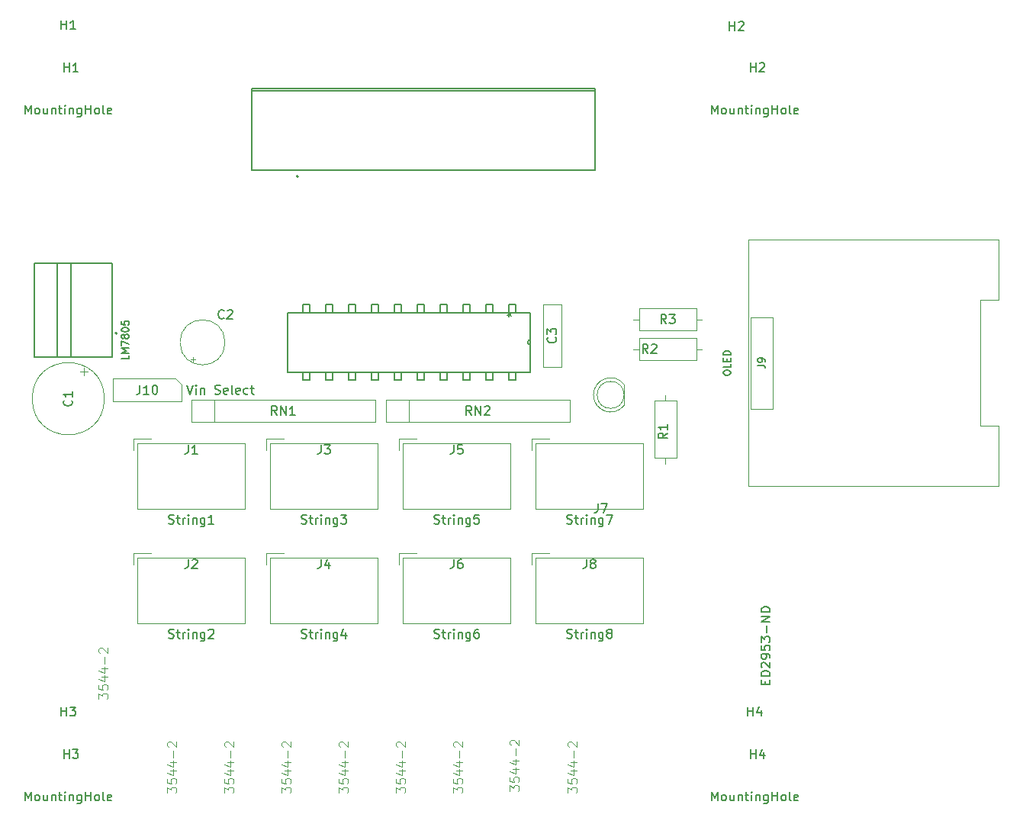
<source format=gbr>
G04 #@! TF.GenerationSoftware,KiCad,Pcbnew,(6.0.1)*
G04 #@! TF.CreationDate,2022-02-10T21:28:03-05:00*
G04 #@! TF.ProjectId,PI_W_Controller,50495f57-5f43-46f6-9e74-726f6c6c6572,v2*
G04 #@! TF.SameCoordinates,Original*
G04 #@! TF.FileFunction,AssemblyDrawing,Top*
%FSLAX46Y46*%
G04 Gerber Fmt 4.6, Leading zero omitted, Abs format (unit mm)*
G04 Created by KiCad (PCBNEW (6.0.1)) date 2022-02-10 21:28:03*
%MOMM*%
%LPD*%
G01*
G04 APERTURE LIST*
%ADD10C,0.150000*%
%ADD11C,0.050000*%
%ADD12C,0.100000*%
%ADD13C,0.152400*%
%ADD14C,0.127000*%
%ADD15C,0.200000*%
G04 APERTURE END LIST*
D10*
X137173333Y-79093142D02*
X137125714Y-79140761D01*
X136982857Y-79188380D01*
X136887619Y-79188380D01*
X136744761Y-79140761D01*
X136649523Y-79045523D01*
X136601904Y-78950285D01*
X136554285Y-78759809D01*
X136554285Y-78616952D01*
X136601904Y-78426476D01*
X136649523Y-78331238D01*
X136744761Y-78236000D01*
X136887619Y-78188380D01*
X136982857Y-78188380D01*
X137125714Y-78236000D01*
X137173333Y-78283619D01*
X137554285Y-78283619D02*
X137601904Y-78236000D01*
X137697142Y-78188380D01*
X137935238Y-78188380D01*
X138030476Y-78236000D01*
X138078095Y-78283619D01*
X138125714Y-78378857D01*
X138125714Y-78474095D01*
X138078095Y-78616952D01*
X137506666Y-79188380D01*
X138125714Y-79188380D01*
X131048000Y-101886761D02*
X131190857Y-101934380D01*
X131428952Y-101934380D01*
X131524190Y-101886761D01*
X131571809Y-101839142D01*
X131619428Y-101743904D01*
X131619428Y-101648666D01*
X131571809Y-101553428D01*
X131524190Y-101505809D01*
X131428952Y-101458190D01*
X131238476Y-101410571D01*
X131143238Y-101362952D01*
X131095619Y-101315333D01*
X131048000Y-101220095D01*
X131048000Y-101124857D01*
X131095619Y-101029619D01*
X131143238Y-100982000D01*
X131238476Y-100934380D01*
X131476571Y-100934380D01*
X131619428Y-100982000D01*
X131905142Y-101267714D02*
X132286095Y-101267714D01*
X132048000Y-100934380D02*
X132048000Y-101791523D01*
X132095619Y-101886761D01*
X132190857Y-101934380D01*
X132286095Y-101934380D01*
X132619428Y-101934380D02*
X132619428Y-101267714D01*
X132619428Y-101458190D02*
X132667047Y-101362952D01*
X132714666Y-101315333D01*
X132809904Y-101267714D01*
X132905142Y-101267714D01*
X133238476Y-101934380D02*
X133238476Y-101267714D01*
X133238476Y-100934380D02*
X133190857Y-100982000D01*
X133238476Y-101029619D01*
X133286095Y-100982000D01*
X133238476Y-100934380D01*
X133238476Y-101029619D01*
X133714666Y-101267714D02*
X133714666Y-101934380D01*
X133714666Y-101362952D02*
X133762285Y-101315333D01*
X133857523Y-101267714D01*
X134000380Y-101267714D01*
X134095619Y-101315333D01*
X134143238Y-101410571D01*
X134143238Y-101934380D01*
X135048000Y-101267714D02*
X135048000Y-102077238D01*
X135000380Y-102172476D01*
X134952761Y-102220095D01*
X134857523Y-102267714D01*
X134714666Y-102267714D01*
X134619428Y-102220095D01*
X135048000Y-101886761D02*
X134952761Y-101934380D01*
X134762285Y-101934380D01*
X134667047Y-101886761D01*
X134619428Y-101839142D01*
X134571809Y-101743904D01*
X134571809Y-101458190D01*
X134619428Y-101362952D01*
X134667047Y-101315333D01*
X134762285Y-101267714D01*
X134952761Y-101267714D01*
X135048000Y-101315333D01*
X136048000Y-101934380D02*
X135476571Y-101934380D01*
X135762285Y-101934380D02*
X135762285Y-100934380D01*
X135667047Y-101077238D01*
X135571809Y-101172476D01*
X135476571Y-101220095D01*
X133214666Y-93184380D02*
X133214666Y-93898666D01*
X133167047Y-94041523D01*
X133071809Y-94136761D01*
X132928952Y-94184380D01*
X132833714Y-94184380D01*
X134214666Y-94184380D02*
X133643238Y-94184380D01*
X133928952Y-94184380D02*
X133928952Y-93184380D01*
X133833714Y-93327238D01*
X133738476Y-93422476D01*
X133643238Y-93470095D01*
X160512000Y-101886761D02*
X160654857Y-101934380D01*
X160892952Y-101934380D01*
X160988190Y-101886761D01*
X161035809Y-101839142D01*
X161083428Y-101743904D01*
X161083428Y-101648666D01*
X161035809Y-101553428D01*
X160988190Y-101505809D01*
X160892952Y-101458190D01*
X160702476Y-101410571D01*
X160607238Y-101362952D01*
X160559619Y-101315333D01*
X160512000Y-101220095D01*
X160512000Y-101124857D01*
X160559619Y-101029619D01*
X160607238Y-100982000D01*
X160702476Y-100934380D01*
X160940571Y-100934380D01*
X161083428Y-100982000D01*
X161369142Y-101267714D02*
X161750095Y-101267714D01*
X161512000Y-100934380D02*
X161512000Y-101791523D01*
X161559619Y-101886761D01*
X161654857Y-101934380D01*
X161750095Y-101934380D01*
X162083428Y-101934380D02*
X162083428Y-101267714D01*
X162083428Y-101458190D02*
X162131047Y-101362952D01*
X162178666Y-101315333D01*
X162273904Y-101267714D01*
X162369142Y-101267714D01*
X162702476Y-101934380D02*
X162702476Y-101267714D01*
X162702476Y-100934380D02*
X162654857Y-100982000D01*
X162702476Y-101029619D01*
X162750095Y-100982000D01*
X162702476Y-100934380D01*
X162702476Y-101029619D01*
X163178666Y-101267714D02*
X163178666Y-101934380D01*
X163178666Y-101362952D02*
X163226285Y-101315333D01*
X163321523Y-101267714D01*
X163464380Y-101267714D01*
X163559619Y-101315333D01*
X163607238Y-101410571D01*
X163607238Y-101934380D01*
X164512000Y-101267714D02*
X164512000Y-102077238D01*
X164464380Y-102172476D01*
X164416761Y-102220095D01*
X164321523Y-102267714D01*
X164178666Y-102267714D01*
X164083428Y-102220095D01*
X164512000Y-101886761D02*
X164416761Y-101934380D01*
X164226285Y-101934380D01*
X164131047Y-101886761D01*
X164083428Y-101839142D01*
X164035809Y-101743904D01*
X164035809Y-101458190D01*
X164083428Y-101362952D01*
X164131047Y-101315333D01*
X164226285Y-101267714D01*
X164416761Y-101267714D01*
X164512000Y-101315333D01*
X165464380Y-100934380D02*
X164988190Y-100934380D01*
X164940571Y-101410571D01*
X164988190Y-101362952D01*
X165083428Y-101315333D01*
X165321523Y-101315333D01*
X165416761Y-101362952D01*
X165464380Y-101410571D01*
X165512000Y-101505809D01*
X165512000Y-101743904D01*
X165464380Y-101839142D01*
X165416761Y-101886761D01*
X165321523Y-101934380D01*
X165083428Y-101934380D01*
X164988190Y-101886761D01*
X164940571Y-101839142D01*
X162678666Y-93184380D02*
X162678666Y-93898666D01*
X162631047Y-94041523D01*
X162535809Y-94136761D01*
X162392952Y-94184380D01*
X162297714Y-94184380D01*
X163631047Y-93184380D02*
X163154857Y-93184380D01*
X163107238Y-93660571D01*
X163154857Y-93612952D01*
X163250095Y-93565333D01*
X163488190Y-93565333D01*
X163583428Y-93612952D01*
X163631047Y-93660571D01*
X163678666Y-93755809D01*
X163678666Y-93993904D01*
X163631047Y-94089142D01*
X163583428Y-94136761D01*
X163488190Y-94184380D01*
X163250095Y-94184380D01*
X163154857Y-94136761D01*
X163107238Y-94089142D01*
X175244000Y-114586761D02*
X175386857Y-114634380D01*
X175624952Y-114634380D01*
X175720190Y-114586761D01*
X175767809Y-114539142D01*
X175815428Y-114443904D01*
X175815428Y-114348666D01*
X175767809Y-114253428D01*
X175720190Y-114205809D01*
X175624952Y-114158190D01*
X175434476Y-114110571D01*
X175339238Y-114062952D01*
X175291619Y-114015333D01*
X175244000Y-113920095D01*
X175244000Y-113824857D01*
X175291619Y-113729619D01*
X175339238Y-113682000D01*
X175434476Y-113634380D01*
X175672571Y-113634380D01*
X175815428Y-113682000D01*
X176101142Y-113967714D02*
X176482095Y-113967714D01*
X176244000Y-113634380D02*
X176244000Y-114491523D01*
X176291619Y-114586761D01*
X176386857Y-114634380D01*
X176482095Y-114634380D01*
X176815428Y-114634380D02*
X176815428Y-113967714D01*
X176815428Y-114158190D02*
X176863047Y-114062952D01*
X176910666Y-114015333D01*
X177005904Y-113967714D01*
X177101142Y-113967714D01*
X177434476Y-114634380D02*
X177434476Y-113967714D01*
X177434476Y-113634380D02*
X177386857Y-113682000D01*
X177434476Y-113729619D01*
X177482095Y-113682000D01*
X177434476Y-113634380D01*
X177434476Y-113729619D01*
X177910666Y-113967714D02*
X177910666Y-114634380D01*
X177910666Y-114062952D02*
X177958285Y-114015333D01*
X178053523Y-113967714D01*
X178196380Y-113967714D01*
X178291619Y-114015333D01*
X178339238Y-114110571D01*
X178339238Y-114634380D01*
X179244000Y-113967714D02*
X179244000Y-114777238D01*
X179196380Y-114872476D01*
X179148761Y-114920095D01*
X179053523Y-114967714D01*
X178910666Y-114967714D01*
X178815428Y-114920095D01*
X179244000Y-114586761D02*
X179148761Y-114634380D01*
X178958285Y-114634380D01*
X178863047Y-114586761D01*
X178815428Y-114539142D01*
X178767809Y-114443904D01*
X178767809Y-114158190D01*
X178815428Y-114062952D01*
X178863047Y-114015333D01*
X178958285Y-113967714D01*
X179148761Y-113967714D01*
X179244000Y-114015333D01*
X179863047Y-114062952D02*
X179767809Y-114015333D01*
X179720190Y-113967714D01*
X179672571Y-113872476D01*
X179672571Y-113824857D01*
X179720190Y-113729619D01*
X179767809Y-113682000D01*
X179863047Y-113634380D01*
X180053523Y-113634380D01*
X180148761Y-113682000D01*
X180196380Y-113729619D01*
X180244000Y-113824857D01*
X180244000Y-113872476D01*
X180196380Y-113967714D01*
X180148761Y-114015333D01*
X180053523Y-114062952D01*
X179863047Y-114062952D01*
X179767809Y-114110571D01*
X179720190Y-114158190D01*
X179672571Y-114253428D01*
X179672571Y-114443904D01*
X179720190Y-114539142D01*
X179767809Y-114586761D01*
X179863047Y-114634380D01*
X180053523Y-114634380D01*
X180148761Y-114586761D01*
X180196380Y-114539142D01*
X180244000Y-114443904D01*
X180244000Y-114253428D01*
X180196380Y-114158190D01*
X180148761Y-114110571D01*
X180053523Y-114062952D01*
X177410666Y-105884380D02*
X177410666Y-106598666D01*
X177363047Y-106741523D01*
X177267809Y-106836761D01*
X177124952Y-106884380D01*
X177029714Y-106884380D01*
X178029714Y-106312952D02*
X177934476Y-106265333D01*
X177886857Y-106217714D01*
X177839238Y-106122476D01*
X177839238Y-106074857D01*
X177886857Y-105979619D01*
X177934476Y-105932000D01*
X178029714Y-105884380D01*
X178220190Y-105884380D01*
X178315428Y-105932000D01*
X178363047Y-105979619D01*
X178410666Y-106074857D01*
X178410666Y-106122476D01*
X178363047Y-106217714D01*
X178315428Y-106265333D01*
X178220190Y-106312952D01*
X178029714Y-106312952D01*
X177934476Y-106360571D01*
X177886857Y-106408190D01*
X177839238Y-106503428D01*
X177839238Y-106693904D01*
X177886857Y-106789142D01*
X177934476Y-106836761D01*
X178029714Y-106884380D01*
X178220190Y-106884380D01*
X178315428Y-106836761D01*
X178363047Y-106789142D01*
X178410666Y-106693904D01*
X178410666Y-106503428D01*
X178363047Y-106408190D01*
X178315428Y-106360571D01*
X178220190Y-106312952D01*
X192601904Y-85235904D02*
X192601904Y-85083523D01*
X192640000Y-85007333D01*
X192716190Y-84931142D01*
X192868571Y-84893047D01*
X193135238Y-84893047D01*
X193287619Y-84931142D01*
X193363809Y-85007333D01*
X193401904Y-85083523D01*
X193401904Y-85235904D01*
X193363809Y-85312095D01*
X193287619Y-85388285D01*
X193135238Y-85426380D01*
X192868571Y-85426380D01*
X192716190Y-85388285D01*
X192640000Y-85312095D01*
X192601904Y-85235904D01*
X193401904Y-84169238D02*
X193401904Y-84550190D01*
X192601904Y-84550190D01*
X192982857Y-83902571D02*
X192982857Y-83635904D01*
X193401904Y-83521619D02*
X193401904Y-83902571D01*
X192601904Y-83902571D01*
X192601904Y-83521619D01*
X193401904Y-83178761D02*
X192601904Y-83178761D01*
X192601904Y-82988285D01*
X192640000Y-82874000D01*
X192716190Y-82797809D01*
X192792380Y-82759714D01*
X192944761Y-82721619D01*
X193059047Y-82721619D01*
X193211428Y-82759714D01*
X193287619Y-82797809D01*
X193363809Y-82874000D01*
X193401904Y-82988285D01*
X193401904Y-83178761D01*
X196411904Y-84340666D02*
X196983333Y-84340666D01*
X197097619Y-84378761D01*
X197173809Y-84454952D01*
X197211904Y-84569238D01*
X197211904Y-84645428D01*
X197211904Y-83921619D02*
X197211904Y-83769238D01*
X197173809Y-83693047D01*
X197135714Y-83654952D01*
X197021428Y-83578761D01*
X196869047Y-83540666D01*
X196564285Y-83540666D01*
X196488095Y-83578761D01*
X196450000Y-83616857D01*
X196411904Y-83693047D01*
X196411904Y-83845428D01*
X196450000Y-83921619D01*
X196488095Y-83959714D01*
X196564285Y-83997809D01*
X196754761Y-83997809D01*
X196830952Y-83959714D01*
X196869047Y-83921619D01*
X196907142Y-83845428D01*
X196907142Y-83693047D01*
X196869047Y-83616857D01*
X196830952Y-83578761D01*
X196754761Y-83540666D01*
D11*
X130897380Y-131762142D02*
X130897380Y-131143095D01*
X131278333Y-131476428D01*
X131278333Y-131333571D01*
X131325952Y-131238333D01*
X131373571Y-131190714D01*
X131468809Y-131143095D01*
X131706904Y-131143095D01*
X131802142Y-131190714D01*
X131849761Y-131238333D01*
X131897380Y-131333571D01*
X131897380Y-131619285D01*
X131849761Y-131714523D01*
X131802142Y-131762142D01*
X130897380Y-130238333D02*
X130897380Y-130714523D01*
X131373571Y-130762142D01*
X131325952Y-130714523D01*
X131278333Y-130619285D01*
X131278333Y-130381190D01*
X131325952Y-130285952D01*
X131373571Y-130238333D01*
X131468809Y-130190714D01*
X131706904Y-130190714D01*
X131802142Y-130238333D01*
X131849761Y-130285952D01*
X131897380Y-130381190D01*
X131897380Y-130619285D01*
X131849761Y-130714523D01*
X131802142Y-130762142D01*
X131230714Y-129333571D02*
X131897380Y-129333571D01*
X130849761Y-129571666D02*
X131564047Y-129809761D01*
X131564047Y-129190714D01*
X131230714Y-128381190D02*
X131897380Y-128381190D01*
X130849761Y-128619285D02*
X131564047Y-128857380D01*
X131564047Y-128238333D01*
X131516428Y-127857380D02*
X131516428Y-127095476D01*
X130992619Y-126666904D02*
X130945000Y-126619285D01*
X130897380Y-126524047D01*
X130897380Y-126285952D01*
X130945000Y-126190714D01*
X130992619Y-126143095D01*
X131087857Y-126095476D01*
X131183095Y-126095476D01*
X131325952Y-126143095D01*
X131897380Y-126714523D01*
X131897380Y-126095476D01*
X143597380Y-131762142D02*
X143597380Y-131143095D01*
X143978333Y-131476428D01*
X143978333Y-131333571D01*
X144025952Y-131238333D01*
X144073571Y-131190714D01*
X144168809Y-131143095D01*
X144406904Y-131143095D01*
X144502142Y-131190714D01*
X144549761Y-131238333D01*
X144597380Y-131333571D01*
X144597380Y-131619285D01*
X144549761Y-131714523D01*
X144502142Y-131762142D01*
X143597380Y-130238333D02*
X143597380Y-130714523D01*
X144073571Y-130762142D01*
X144025952Y-130714523D01*
X143978333Y-130619285D01*
X143978333Y-130381190D01*
X144025952Y-130285952D01*
X144073571Y-130238333D01*
X144168809Y-130190714D01*
X144406904Y-130190714D01*
X144502142Y-130238333D01*
X144549761Y-130285952D01*
X144597380Y-130381190D01*
X144597380Y-130619285D01*
X144549761Y-130714523D01*
X144502142Y-130762142D01*
X143930714Y-129333571D02*
X144597380Y-129333571D01*
X143549761Y-129571666D02*
X144264047Y-129809761D01*
X144264047Y-129190714D01*
X143930714Y-128381190D02*
X144597380Y-128381190D01*
X143549761Y-128619285D02*
X144264047Y-128857380D01*
X144264047Y-128238333D01*
X144216428Y-127857380D02*
X144216428Y-127095476D01*
X143692619Y-126666904D02*
X143645000Y-126619285D01*
X143597380Y-126524047D01*
X143597380Y-126285952D01*
X143645000Y-126190714D01*
X143692619Y-126143095D01*
X143787857Y-126095476D01*
X143883095Y-126095476D01*
X144025952Y-126143095D01*
X144597380Y-126714523D01*
X144597380Y-126095476D01*
X149947380Y-131762142D02*
X149947380Y-131143095D01*
X150328333Y-131476428D01*
X150328333Y-131333571D01*
X150375952Y-131238333D01*
X150423571Y-131190714D01*
X150518809Y-131143095D01*
X150756904Y-131143095D01*
X150852142Y-131190714D01*
X150899761Y-131238333D01*
X150947380Y-131333571D01*
X150947380Y-131619285D01*
X150899761Y-131714523D01*
X150852142Y-131762142D01*
X149947380Y-130238333D02*
X149947380Y-130714523D01*
X150423571Y-130762142D01*
X150375952Y-130714523D01*
X150328333Y-130619285D01*
X150328333Y-130381190D01*
X150375952Y-130285952D01*
X150423571Y-130238333D01*
X150518809Y-130190714D01*
X150756904Y-130190714D01*
X150852142Y-130238333D01*
X150899761Y-130285952D01*
X150947380Y-130381190D01*
X150947380Y-130619285D01*
X150899761Y-130714523D01*
X150852142Y-130762142D01*
X150280714Y-129333571D02*
X150947380Y-129333571D01*
X149899761Y-129571666D02*
X150614047Y-129809761D01*
X150614047Y-129190714D01*
X150280714Y-128381190D02*
X150947380Y-128381190D01*
X149899761Y-128619285D02*
X150614047Y-128857380D01*
X150614047Y-128238333D01*
X150566428Y-127857380D02*
X150566428Y-127095476D01*
X150042619Y-126666904D02*
X149995000Y-126619285D01*
X149947380Y-126524047D01*
X149947380Y-126285952D01*
X149995000Y-126190714D01*
X150042619Y-126143095D01*
X150137857Y-126095476D01*
X150233095Y-126095476D01*
X150375952Y-126143095D01*
X150947380Y-126714523D01*
X150947380Y-126095476D01*
X156297380Y-131762142D02*
X156297380Y-131143095D01*
X156678333Y-131476428D01*
X156678333Y-131333571D01*
X156725952Y-131238333D01*
X156773571Y-131190714D01*
X156868809Y-131143095D01*
X157106904Y-131143095D01*
X157202142Y-131190714D01*
X157249761Y-131238333D01*
X157297380Y-131333571D01*
X157297380Y-131619285D01*
X157249761Y-131714523D01*
X157202142Y-131762142D01*
X156297380Y-130238333D02*
X156297380Y-130714523D01*
X156773571Y-130762142D01*
X156725952Y-130714523D01*
X156678333Y-130619285D01*
X156678333Y-130381190D01*
X156725952Y-130285952D01*
X156773571Y-130238333D01*
X156868809Y-130190714D01*
X157106904Y-130190714D01*
X157202142Y-130238333D01*
X157249761Y-130285952D01*
X157297380Y-130381190D01*
X157297380Y-130619285D01*
X157249761Y-130714523D01*
X157202142Y-130762142D01*
X156630714Y-129333571D02*
X157297380Y-129333571D01*
X156249761Y-129571666D02*
X156964047Y-129809761D01*
X156964047Y-129190714D01*
X156630714Y-128381190D02*
X157297380Y-128381190D01*
X156249761Y-128619285D02*
X156964047Y-128857380D01*
X156964047Y-128238333D01*
X156916428Y-127857380D02*
X156916428Y-127095476D01*
X156392619Y-126666904D02*
X156345000Y-126619285D01*
X156297380Y-126524047D01*
X156297380Y-126285952D01*
X156345000Y-126190714D01*
X156392619Y-126143095D01*
X156487857Y-126095476D01*
X156583095Y-126095476D01*
X156725952Y-126143095D01*
X157297380Y-126714523D01*
X157297380Y-126095476D01*
X175347380Y-131762142D02*
X175347380Y-131143095D01*
X175728333Y-131476428D01*
X175728333Y-131333571D01*
X175775952Y-131238333D01*
X175823571Y-131190714D01*
X175918809Y-131143095D01*
X176156904Y-131143095D01*
X176252142Y-131190714D01*
X176299761Y-131238333D01*
X176347380Y-131333571D01*
X176347380Y-131619285D01*
X176299761Y-131714523D01*
X176252142Y-131762142D01*
X175347380Y-130238333D02*
X175347380Y-130714523D01*
X175823571Y-130762142D01*
X175775952Y-130714523D01*
X175728333Y-130619285D01*
X175728333Y-130381190D01*
X175775952Y-130285952D01*
X175823571Y-130238333D01*
X175918809Y-130190714D01*
X176156904Y-130190714D01*
X176252142Y-130238333D01*
X176299761Y-130285952D01*
X176347380Y-130381190D01*
X176347380Y-130619285D01*
X176299761Y-130714523D01*
X176252142Y-130762142D01*
X175680714Y-129333571D02*
X176347380Y-129333571D01*
X175299761Y-129571666D02*
X176014047Y-129809761D01*
X176014047Y-129190714D01*
X175680714Y-128381190D02*
X176347380Y-128381190D01*
X175299761Y-128619285D02*
X176014047Y-128857380D01*
X176014047Y-128238333D01*
X175966428Y-127857380D02*
X175966428Y-127095476D01*
X175442619Y-126666904D02*
X175395000Y-126619285D01*
X175347380Y-126524047D01*
X175347380Y-126285952D01*
X175395000Y-126190714D01*
X175442619Y-126143095D01*
X175537857Y-126095476D01*
X175633095Y-126095476D01*
X175775952Y-126143095D01*
X176347380Y-126714523D01*
X176347380Y-126095476D01*
D10*
X175244000Y-101886761D02*
X175386857Y-101934380D01*
X175624952Y-101934380D01*
X175720190Y-101886761D01*
X175767809Y-101839142D01*
X175815428Y-101743904D01*
X175815428Y-101648666D01*
X175767809Y-101553428D01*
X175720190Y-101505809D01*
X175624952Y-101458190D01*
X175434476Y-101410571D01*
X175339238Y-101362952D01*
X175291619Y-101315333D01*
X175244000Y-101220095D01*
X175244000Y-101124857D01*
X175291619Y-101029619D01*
X175339238Y-100982000D01*
X175434476Y-100934380D01*
X175672571Y-100934380D01*
X175815428Y-100982000D01*
X176101142Y-101267714D02*
X176482095Y-101267714D01*
X176244000Y-100934380D02*
X176244000Y-101791523D01*
X176291619Y-101886761D01*
X176386857Y-101934380D01*
X176482095Y-101934380D01*
X176815428Y-101934380D02*
X176815428Y-101267714D01*
X176815428Y-101458190D02*
X176863047Y-101362952D01*
X176910666Y-101315333D01*
X177005904Y-101267714D01*
X177101142Y-101267714D01*
X177434476Y-101934380D02*
X177434476Y-101267714D01*
X177434476Y-100934380D02*
X177386857Y-100982000D01*
X177434476Y-101029619D01*
X177482095Y-100982000D01*
X177434476Y-100934380D01*
X177434476Y-101029619D01*
X177910666Y-101267714D02*
X177910666Y-101934380D01*
X177910666Y-101362952D02*
X177958285Y-101315333D01*
X178053523Y-101267714D01*
X178196380Y-101267714D01*
X178291619Y-101315333D01*
X178339238Y-101410571D01*
X178339238Y-101934380D01*
X179244000Y-101267714D02*
X179244000Y-102077238D01*
X179196380Y-102172476D01*
X179148761Y-102220095D01*
X179053523Y-102267714D01*
X178910666Y-102267714D01*
X178815428Y-102220095D01*
X179244000Y-101886761D02*
X179148761Y-101934380D01*
X178958285Y-101934380D01*
X178863047Y-101886761D01*
X178815428Y-101839142D01*
X178767809Y-101743904D01*
X178767809Y-101458190D01*
X178815428Y-101362952D01*
X178863047Y-101315333D01*
X178958285Y-101267714D01*
X179148761Y-101267714D01*
X179244000Y-101315333D01*
X179624952Y-100934380D02*
X180291619Y-100934380D01*
X179863047Y-101934380D01*
X178700364Y-99687380D02*
X178700364Y-100401666D01*
X178652745Y-100544523D01*
X178557507Y-100639761D01*
X178414650Y-100687380D01*
X178319412Y-100687380D01*
X179081317Y-99687380D02*
X179747983Y-99687380D01*
X179319412Y-100687380D01*
X120257142Y-88216666D02*
X120304761Y-88264285D01*
X120352380Y-88407142D01*
X120352380Y-88502380D01*
X120304761Y-88645238D01*
X120209523Y-88740476D01*
X120114285Y-88788095D01*
X119923809Y-88835714D01*
X119780952Y-88835714D01*
X119590476Y-88788095D01*
X119495238Y-88740476D01*
X119400000Y-88645238D01*
X119352380Y-88502380D01*
X119352380Y-88407142D01*
X119400000Y-88264285D01*
X119447619Y-88216666D01*
X120352380Y-87264285D02*
X120352380Y-87835714D01*
X120352380Y-87550000D02*
X119352380Y-87550000D01*
X119495238Y-87645238D01*
X119590476Y-87740476D01*
X119638095Y-87835714D01*
X160512000Y-114586761D02*
X160654857Y-114634380D01*
X160892952Y-114634380D01*
X160988190Y-114586761D01*
X161035809Y-114539142D01*
X161083428Y-114443904D01*
X161083428Y-114348666D01*
X161035809Y-114253428D01*
X160988190Y-114205809D01*
X160892952Y-114158190D01*
X160702476Y-114110571D01*
X160607238Y-114062952D01*
X160559619Y-114015333D01*
X160512000Y-113920095D01*
X160512000Y-113824857D01*
X160559619Y-113729619D01*
X160607238Y-113682000D01*
X160702476Y-113634380D01*
X160940571Y-113634380D01*
X161083428Y-113682000D01*
X161369142Y-113967714D02*
X161750095Y-113967714D01*
X161512000Y-113634380D02*
X161512000Y-114491523D01*
X161559619Y-114586761D01*
X161654857Y-114634380D01*
X161750095Y-114634380D01*
X162083428Y-114634380D02*
X162083428Y-113967714D01*
X162083428Y-114158190D02*
X162131047Y-114062952D01*
X162178666Y-114015333D01*
X162273904Y-113967714D01*
X162369142Y-113967714D01*
X162702476Y-114634380D02*
X162702476Y-113967714D01*
X162702476Y-113634380D02*
X162654857Y-113682000D01*
X162702476Y-113729619D01*
X162750095Y-113682000D01*
X162702476Y-113634380D01*
X162702476Y-113729619D01*
X163178666Y-113967714D02*
X163178666Y-114634380D01*
X163178666Y-114062952D02*
X163226285Y-114015333D01*
X163321523Y-113967714D01*
X163464380Y-113967714D01*
X163559619Y-114015333D01*
X163607238Y-114110571D01*
X163607238Y-114634380D01*
X164512000Y-113967714D02*
X164512000Y-114777238D01*
X164464380Y-114872476D01*
X164416761Y-114920095D01*
X164321523Y-114967714D01*
X164178666Y-114967714D01*
X164083428Y-114920095D01*
X164512000Y-114586761D02*
X164416761Y-114634380D01*
X164226285Y-114634380D01*
X164131047Y-114586761D01*
X164083428Y-114539142D01*
X164035809Y-114443904D01*
X164035809Y-114158190D01*
X164083428Y-114062952D01*
X164131047Y-114015333D01*
X164226285Y-113967714D01*
X164416761Y-113967714D01*
X164512000Y-114015333D01*
X165416761Y-113634380D02*
X165226285Y-113634380D01*
X165131047Y-113682000D01*
X165083428Y-113729619D01*
X164988190Y-113872476D01*
X164940571Y-114062952D01*
X164940571Y-114443904D01*
X164988190Y-114539142D01*
X165035809Y-114586761D01*
X165131047Y-114634380D01*
X165321523Y-114634380D01*
X165416761Y-114586761D01*
X165464380Y-114539142D01*
X165512000Y-114443904D01*
X165512000Y-114205809D01*
X165464380Y-114110571D01*
X165416761Y-114062952D01*
X165321523Y-114015333D01*
X165131047Y-114015333D01*
X165035809Y-114062952D01*
X164988190Y-114110571D01*
X164940571Y-114205809D01*
X162678666Y-105884380D02*
X162678666Y-106598666D01*
X162631047Y-106741523D01*
X162535809Y-106836761D01*
X162392952Y-106884380D01*
X162297714Y-106884380D01*
X163583428Y-105884380D02*
X163392952Y-105884380D01*
X163297714Y-105932000D01*
X163250095Y-105979619D01*
X163154857Y-106122476D01*
X163107238Y-106312952D01*
X163107238Y-106693904D01*
X163154857Y-106789142D01*
X163202476Y-106836761D01*
X163297714Y-106884380D01*
X163488190Y-106884380D01*
X163583428Y-106836761D01*
X163631047Y-106789142D01*
X163678666Y-106693904D01*
X163678666Y-106455809D01*
X163631047Y-106360571D01*
X163583428Y-106312952D01*
X163488190Y-106265333D01*
X163297714Y-106265333D01*
X163202476Y-106312952D01*
X163154857Y-106360571D01*
X163107238Y-106455809D01*
D11*
X123277380Y-121348142D02*
X123277380Y-120729095D01*
X123658333Y-121062428D01*
X123658333Y-120919571D01*
X123705952Y-120824333D01*
X123753571Y-120776714D01*
X123848809Y-120729095D01*
X124086904Y-120729095D01*
X124182142Y-120776714D01*
X124229761Y-120824333D01*
X124277380Y-120919571D01*
X124277380Y-121205285D01*
X124229761Y-121300523D01*
X124182142Y-121348142D01*
X123277380Y-119824333D02*
X123277380Y-120300523D01*
X123753571Y-120348142D01*
X123705952Y-120300523D01*
X123658333Y-120205285D01*
X123658333Y-119967190D01*
X123705952Y-119871952D01*
X123753571Y-119824333D01*
X123848809Y-119776714D01*
X124086904Y-119776714D01*
X124182142Y-119824333D01*
X124229761Y-119871952D01*
X124277380Y-119967190D01*
X124277380Y-120205285D01*
X124229761Y-120300523D01*
X124182142Y-120348142D01*
X123610714Y-118919571D02*
X124277380Y-118919571D01*
X123229761Y-119157666D02*
X123944047Y-119395761D01*
X123944047Y-118776714D01*
X123610714Y-117967190D02*
X124277380Y-117967190D01*
X123229761Y-118205285D02*
X123944047Y-118443380D01*
X123944047Y-117824333D01*
X123896428Y-117443380D02*
X123896428Y-116681476D01*
X123372619Y-116252904D02*
X123325000Y-116205285D01*
X123277380Y-116110047D01*
X123277380Y-115871952D01*
X123325000Y-115776714D01*
X123372619Y-115729095D01*
X123467857Y-115681476D01*
X123563095Y-115681476D01*
X123705952Y-115729095D01*
X124277380Y-116300523D01*
X124277380Y-115681476D01*
D10*
X195326095Y-123260380D02*
X195326095Y-122260380D01*
X195326095Y-122736571D02*
X195897523Y-122736571D01*
X195897523Y-123260380D02*
X195897523Y-122260380D01*
X196802285Y-122593714D02*
X196802285Y-123260380D01*
X196564190Y-122212761D02*
X196326095Y-122927047D01*
X196945142Y-122927047D01*
X191302285Y-132660380D02*
X191302285Y-131660380D01*
X191635619Y-132374666D01*
X191968952Y-131660380D01*
X191968952Y-132660380D01*
X192588000Y-132660380D02*
X192492761Y-132612761D01*
X192445142Y-132565142D01*
X192397523Y-132469904D01*
X192397523Y-132184190D01*
X192445142Y-132088952D01*
X192492761Y-132041333D01*
X192588000Y-131993714D01*
X192730857Y-131993714D01*
X192826095Y-132041333D01*
X192873714Y-132088952D01*
X192921333Y-132184190D01*
X192921333Y-132469904D01*
X192873714Y-132565142D01*
X192826095Y-132612761D01*
X192730857Y-132660380D01*
X192588000Y-132660380D01*
X193778476Y-131993714D02*
X193778476Y-132660380D01*
X193349904Y-131993714D02*
X193349904Y-132517523D01*
X193397523Y-132612761D01*
X193492761Y-132660380D01*
X193635619Y-132660380D01*
X193730857Y-132612761D01*
X193778476Y-132565142D01*
X194254666Y-131993714D02*
X194254666Y-132660380D01*
X194254666Y-132088952D02*
X194302285Y-132041333D01*
X194397523Y-131993714D01*
X194540380Y-131993714D01*
X194635619Y-132041333D01*
X194683238Y-132136571D01*
X194683238Y-132660380D01*
X195016571Y-131993714D02*
X195397523Y-131993714D01*
X195159428Y-131660380D02*
X195159428Y-132517523D01*
X195207047Y-132612761D01*
X195302285Y-132660380D01*
X195397523Y-132660380D01*
X195730857Y-132660380D02*
X195730857Y-131993714D01*
X195730857Y-131660380D02*
X195683238Y-131708000D01*
X195730857Y-131755619D01*
X195778476Y-131708000D01*
X195730857Y-131660380D01*
X195730857Y-131755619D01*
X196207047Y-131993714D02*
X196207047Y-132660380D01*
X196207047Y-132088952D02*
X196254666Y-132041333D01*
X196349904Y-131993714D01*
X196492761Y-131993714D01*
X196588000Y-132041333D01*
X196635619Y-132136571D01*
X196635619Y-132660380D01*
X197540380Y-131993714D02*
X197540380Y-132803238D01*
X197492761Y-132898476D01*
X197445142Y-132946095D01*
X197349904Y-132993714D01*
X197207047Y-132993714D01*
X197111809Y-132946095D01*
X197540380Y-132612761D02*
X197445142Y-132660380D01*
X197254666Y-132660380D01*
X197159428Y-132612761D01*
X197111809Y-132565142D01*
X197064190Y-132469904D01*
X197064190Y-132184190D01*
X197111809Y-132088952D01*
X197159428Y-132041333D01*
X197254666Y-131993714D01*
X197445142Y-131993714D01*
X197540380Y-132041333D01*
X198016571Y-132660380D02*
X198016571Y-131660380D01*
X198016571Y-132136571D02*
X198588000Y-132136571D01*
X198588000Y-132660380D02*
X198588000Y-131660380D01*
X199207047Y-132660380D02*
X199111809Y-132612761D01*
X199064190Y-132565142D01*
X199016571Y-132469904D01*
X199016571Y-132184190D01*
X199064190Y-132088952D01*
X199111809Y-132041333D01*
X199207047Y-131993714D01*
X199349904Y-131993714D01*
X199445142Y-132041333D01*
X199492761Y-132088952D01*
X199540380Y-132184190D01*
X199540380Y-132469904D01*
X199492761Y-132565142D01*
X199445142Y-132612761D01*
X199349904Y-132660380D01*
X199207047Y-132660380D01*
X200111809Y-132660380D02*
X200016571Y-132612761D01*
X199968952Y-132517523D01*
X199968952Y-131660380D01*
X200873714Y-132612761D02*
X200778476Y-132660380D01*
X200588000Y-132660380D01*
X200492761Y-132612761D01*
X200445142Y-132517523D01*
X200445142Y-132136571D01*
X200492761Y-132041333D01*
X200588000Y-131993714D01*
X200778476Y-131993714D01*
X200873714Y-132041333D01*
X200921333Y-132136571D01*
X200921333Y-132231809D01*
X200445142Y-132327047D01*
X195626095Y-127960380D02*
X195626095Y-126960380D01*
X195626095Y-127436571D02*
X196197523Y-127436571D01*
X196197523Y-127960380D02*
X196197523Y-126960380D01*
X197102285Y-127293714D02*
X197102285Y-127960380D01*
X196864190Y-126912761D02*
X196626095Y-127627047D01*
X197245142Y-127627047D01*
X193294095Y-47188380D02*
X193294095Y-46188380D01*
X193294095Y-46664571D02*
X193865523Y-46664571D01*
X193865523Y-47188380D02*
X193865523Y-46188380D01*
X194294095Y-46283619D02*
X194341714Y-46236000D01*
X194436952Y-46188380D01*
X194675047Y-46188380D01*
X194770285Y-46236000D01*
X194817904Y-46283619D01*
X194865523Y-46378857D01*
X194865523Y-46474095D01*
X194817904Y-46616952D01*
X194246476Y-47188380D01*
X194865523Y-47188380D01*
X191302285Y-56460380D02*
X191302285Y-55460380D01*
X191635619Y-56174666D01*
X191968952Y-55460380D01*
X191968952Y-56460380D01*
X192588000Y-56460380D02*
X192492761Y-56412761D01*
X192445142Y-56365142D01*
X192397523Y-56269904D01*
X192397523Y-55984190D01*
X192445142Y-55888952D01*
X192492761Y-55841333D01*
X192588000Y-55793714D01*
X192730857Y-55793714D01*
X192826095Y-55841333D01*
X192873714Y-55888952D01*
X192921333Y-55984190D01*
X192921333Y-56269904D01*
X192873714Y-56365142D01*
X192826095Y-56412761D01*
X192730857Y-56460380D01*
X192588000Y-56460380D01*
X193778476Y-55793714D02*
X193778476Y-56460380D01*
X193349904Y-55793714D02*
X193349904Y-56317523D01*
X193397523Y-56412761D01*
X193492761Y-56460380D01*
X193635619Y-56460380D01*
X193730857Y-56412761D01*
X193778476Y-56365142D01*
X194254666Y-55793714D02*
X194254666Y-56460380D01*
X194254666Y-55888952D02*
X194302285Y-55841333D01*
X194397523Y-55793714D01*
X194540380Y-55793714D01*
X194635619Y-55841333D01*
X194683238Y-55936571D01*
X194683238Y-56460380D01*
X195016571Y-55793714D02*
X195397523Y-55793714D01*
X195159428Y-55460380D02*
X195159428Y-56317523D01*
X195207047Y-56412761D01*
X195302285Y-56460380D01*
X195397523Y-56460380D01*
X195730857Y-56460380D02*
X195730857Y-55793714D01*
X195730857Y-55460380D02*
X195683238Y-55508000D01*
X195730857Y-55555619D01*
X195778476Y-55508000D01*
X195730857Y-55460380D01*
X195730857Y-55555619D01*
X196207047Y-55793714D02*
X196207047Y-56460380D01*
X196207047Y-55888952D02*
X196254666Y-55841333D01*
X196349904Y-55793714D01*
X196492761Y-55793714D01*
X196588000Y-55841333D01*
X196635619Y-55936571D01*
X196635619Y-56460380D01*
X197540380Y-55793714D02*
X197540380Y-56603238D01*
X197492761Y-56698476D01*
X197445142Y-56746095D01*
X197349904Y-56793714D01*
X197207047Y-56793714D01*
X197111809Y-56746095D01*
X197540380Y-56412761D02*
X197445142Y-56460380D01*
X197254666Y-56460380D01*
X197159428Y-56412761D01*
X197111809Y-56365142D01*
X197064190Y-56269904D01*
X197064190Y-55984190D01*
X197111809Y-55888952D01*
X197159428Y-55841333D01*
X197254666Y-55793714D01*
X197445142Y-55793714D01*
X197540380Y-55841333D01*
X198016571Y-56460380D02*
X198016571Y-55460380D01*
X198016571Y-55936571D02*
X198588000Y-55936571D01*
X198588000Y-56460380D02*
X198588000Y-55460380D01*
X199207047Y-56460380D02*
X199111809Y-56412761D01*
X199064190Y-56365142D01*
X199016571Y-56269904D01*
X199016571Y-55984190D01*
X199064190Y-55888952D01*
X199111809Y-55841333D01*
X199207047Y-55793714D01*
X199349904Y-55793714D01*
X199445142Y-55841333D01*
X199492761Y-55888952D01*
X199540380Y-55984190D01*
X199540380Y-56269904D01*
X199492761Y-56365142D01*
X199445142Y-56412761D01*
X199349904Y-56460380D01*
X199207047Y-56460380D01*
X200111809Y-56460380D02*
X200016571Y-56412761D01*
X199968952Y-56317523D01*
X199968952Y-55460380D01*
X200873714Y-56412761D02*
X200778476Y-56460380D01*
X200588000Y-56460380D01*
X200492761Y-56412761D01*
X200445142Y-56317523D01*
X200445142Y-55936571D01*
X200492761Y-55841333D01*
X200588000Y-55793714D01*
X200778476Y-55793714D01*
X200873714Y-55841333D01*
X200921333Y-55936571D01*
X200921333Y-56031809D01*
X200445142Y-56127047D01*
X195626095Y-51760380D02*
X195626095Y-50760380D01*
X195626095Y-51236571D02*
X196197523Y-51236571D01*
X196197523Y-51760380D02*
X196197523Y-50760380D01*
X196626095Y-50855619D02*
X196673714Y-50808000D01*
X196768952Y-50760380D01*
X197007047Y-50760380D01*
X197102285Y-50808000D01*
X197149904Y-50855619D01*
X197197523Y-50950857D01*
X197197523Y-51046095D01*
X197149904Y-51188952D01*
X196578476Y-51760380D01*
X197197523Y-51760380D01*
X119126095Y-123260380D02*
X119126095Y-122260380D01*
X119126095Y-122736571D02*
X119697523Y-122736571D01*
X119697523Y-123260380D02*
X119697523Y-122260380D01*
X120078476Y-122260380D02*
X120697523Y-122260380D01*
X120364190Y-122641333D01*
X120507047Y-122641333D01*
X120602285Y-122688952D01*
X120649904Y-122736571D01*
X120697523Y-122831809D01*
X120697523Y-123069904D01*
X120649904Y-123165142D01*
X120602285Y-123212761D01*
X120507047Y-123260380D01*
X120221333Y-123260380D01*
X120126095Y-123212761D01*
X120078476Y-123165142D01*
X115102285Y-132660380D02*
X115102285Y-131660380D01*
X115435619Y-132374666D01*
X115768952Y-131660380D01*
X115768952Y-132660380D01*
X116388000Y-132660380D02*
X116292761Y-132612761D01*
X116245142Y-132565142D01*
X116197523Y-132469904D01*
X116197523Y-132184190D01*
X116245142Y-132088952D01*
X116292761Y-132041333D01*
X116388000Y-131993714D01*
X116530857Y-131993714D01*
X116626095Y-132041333D01*
X116673714Y-132088952D01*
X116721333Y-132184190D01*
X116721333Y-132469904D01*
X116673714Y-132565142D01*
X116626095Y-132612761D01*
X116530857Y-132660380D01*
X116388000Y-132660380D01*
X117578476Y-131993714D02*
X117578476Y-132660380D01*
X117149904Y-131993714D02*
X117149904Y-132517523D01*
X117197523Y-132612761D01*
X117292761Y-132660380D01*
X117435619Y-132660380D01*
X117530857Y-132612761D01*
X117578476Y-132565142D01*
X118054666Y-131993714D02*
X118054666Y-132660380D01*
X118054666Y-132088952D02*
X118102285Y-132041333D01*
X118197523Y-131993714D01*
X118340380Y-131993714D01*
X118435619Y-132041333D01*
X118483238Y-132136571D01*
X118483238Y-132660380D01*
X118816571Y-131993714D02*
X119197523Y-131993714D01*
X118959428Y-131660380D02*
X118959428Y-132517523D01*
X119007047Y-132612761D01*
X119102285Y-132660380D01*
X119197523Y-132660380D01*
X119530857Y-132660380D02*
X119530857Y-131993714D01*
X119530857Y-131660380D02*
X119483238Y-131708000D01*
X119530857Y-131755619D01*
X119578476Y-131708000D01*
X119530857Y-131660380D01*
X119530857Y-131755619D01*
X120007047Y-131993714D02*
X120007047Y-132660380D01*
X120007047Y-132088952D02*
X120054666Y-132041333D01*
X120149904Y-131993714D01*
X120292761Y-131993714D01*
X120388000Y-132041333D01*
X120435619Y-132136571D01*
X120435619Y-132660380D01*
X121340380Y-131993714D02*
X121340380Y-132803238D01*
X121292761Y-132898476D01*
X121245142Y-132946095D01*
X121149904Y-132993714D01*
X121007047Y-132993714D01*
X120911809Y-132946095D01*
X121340380Y-132612761D02*
X121245142Y-132660380D01*
X121054666Y-132660380D01*
X120959428Y-132612761D01*
X120911809Y-132565142D01*
X120864190Y-132469904D01*
X120864190Y-132184190D01*
X120911809Y-132088952D01*
X120959428Y-132041333D01*
X121054666Y-131993714D01*
X121245142Y-131993714D01*
X121340380Y-132041333D01*
X121816571Y-132660380D02*
X121816571Y-131660380D01*
X121816571Y-132136571D02*
X122388000Y-132136571D01*
X122388000Y-132660380D02*
X122388000Y-131660380D01*
X123007047Y-132660380D02*
X122911809Y-132612761D01*
X122864190Y-132565142D01*
X122816571Y-132469904D01*
X122816571Y-132184190D01*
X122864190Y-132088952D01*
X122911809Y-132041333D01*
X123007047Y-131993714D01*
X123149904Y-131993714D01*
X123245142Y-132041333D01*
X123292761Y-132088952D01*
X123340380Y-132184190D01*
X123340380Y-132469904D01*
X123292761Y-132565142D01*
X123245142Y-132612761D01*
X123149904Y-132660380D01*
X123007047Y-132660380D01*
X123911809Y-132660380D02*
X123816571Y-132612761D01*
X123768952Y-132517523D01*
X123768952Y-131660380D01*
X124673714Y-132612761D02*
X124578476Y-132660380D01*
X124388000Y-132660380D01*
X124292761Y-132612761D01*
X124245142Y-132517523D01*
X124245142Y-132136571D01*
X124292761Y-132041333D01*
X124388000Y-131993714D01*
X124578476Y-131993714D01*
X124673714Y-132041333D01*
X124721333Y-132136571D01*
X124721333Y-132231809D01*
X124245142Y-132327047D01*
X119426095Y-127960380D02*
X119426095Y-126960380D01*
X119426095Y-127436571D02*
X119997523Y-127436571D01*
X119997523Y-127960380D02*
X119997523Y-126960380D01*
X120378476Y-126960380D02*
X120997523Y-126960380D01*
X120664190Y-127341333D01*
X120807047Y-127341333D01*
X120902285Y-127388952D01*
X120949904Y-127436571D01*
X120997523Y-127531809D01*
X120997523Y-127769904D01*
X120949904Y-127865142D01*
X120902285Y-127912761D01*
X120807047Y-127960380D01*
X120521333Y-127960380D01*
X120426095Y-127912761D01*
X120378476Y-127865142D01*
X119126095Y-47060380D02*
X119126095Y-46060380D01*
X119126095Y-46536571D02*
X119697523Y-46536571D01*
X119697523Y-47060380D02*
X119697523Y-46060380D01*
X120697523Y-47060380D02*
X120126095Y-47060380D01*
X120411809Y-47060380D02*
X120411809Y-46060380D01*
X120316571Y-46203238D01*
X120221333Y-46298476D01*
X120126095Y-46346095D01*
X115102285Y-56460380D02*
X115102285Y-55460380D01*
X115435619Y-56174666D01*
X115768952Y-55460380D01*
X115768952Y-56460380D01*
X116388000Y-56460380D02*
X116292761Y-56412761D01*
X116245142Y-56365142D01*
X116197523Y-56269904D01*
X116197523Y-55984190D01*
X116245142Y-55888952D01*
X116292761Y-55841333D01*
X116388000Y-55793714D01*
X116530857Y-55793714D01*
X116626095Y-55841333D01*
X116673714Y-55888952D01*
X116721333Y-55984190D01*
X116721333Y-56269904D01*
X116673714Y-56365142D01*
X116626095Y-56412761D01*
X116530857Y-56460380D01*
X116388000Y-56460380D01*
X117578476Y-55793714D02*
X117578476Y-56460380D01*
X117149904Y-55793714D02*
X117149904Y-56317523D01*
X117197523Y-56412761D01*
X117292761Y-56460380D01*
X117435619Y-56460380D01*
X117530857Y-56412761D01*
X117578476Y-56365142D01*
X118054666Y-55793714D02*
X118054666Y-56460380D01*
X118054666Y-55888952D02*
X118102285Y-55841333D01*
X118197523Y-55793714D01*
X118340380Y-55793714D01*
X118435619Y-55841333D01*
X118483238Y-55936571D01*
X118483238Y-56460380D01*
X118816571Y-55793714D02*
X119197523Y-55793714D01*
X118959428Y-55460380D02*
X118959428Y-56317523D01*
X119007047Y-56412761D01*
X119102285Y-56460380D01*
X119197523Y-56460380D01*
X119530857Y-56460380D02*
X119530857Y-55793714D01*
X119530857Y-55460380D02*
X119483238Y-55508000D01*
X119530857Y-55555619D01*
X119578476Y-55508000D01*
X119530857Y-55460380D01*
X119530857Y-55555619D01*
X120007047Y-55793714D02*
X120007047Y-56460380D01*
X120007047Y-55888952D02*
X120054666Y-55841333D01*
X120149904Y-55793714D01*
X120292761Y-55793714D01*
X120388000Y-55841333D01*
X120435619Y-55936571D01*
X120435619Y-56460380D01*
X121340380Y-55793714D02*
X121340380Y-56603238D01*
X121292761Y-56698476D01*
X121245142Y-56746095D01*
X121149904Y-56793714D01*
X121007047Y-56793714D01*
X120911809Y-56746095D01*
X121340380Y-56412761D02*
X121245142Y-56460380D01*
X121054666Y-56460380D01*
X120959428Y-56412761D01*
X120911809Y-56365142D01*
X120864190Y-56269904D01*
X120864190Y-55984190D01*
X120911809Y-55888952D01*
X120959428Y-55841333D01*
X121054666Y-55793714D01*
X121245142Y-55793714D01*
X121340380Y-55841333D01*
X121816571Y-56460380D02*
X121816571Y-55460380D01*
X121816571Y-55936571D02*
X122388000Y-55936571D01*
X122388000Y-56460380D02*
X122388000Y-55460380D01*
X123007047Y-56460380D02*
X122911809Y-56412761D01*
X122864190Y-56365142D01*
X122816571Y-56269904D01*
X122816571Y-55984190D01*
X122864190Y-55888952D01*
X122911809Y-55841333D01*
X123007047Y-55793714D01*
X123149904Y-55793714D01*
X123245142Y-55841333D01*
X123292761Y-55888952D01*
X123340380Y-55984190D01*
X123340380Y-56269904D01*
X123292761Y-56365142D01*
X123245142Y-56412761D01*
X123149904Y-56460380D01*
X123007047Y-56460380D01*
X123911809Y-56460380D02*
X123816571Y-56412761D01*
X123768952Y-56317523D01*
X123768952Y-55460380D01*
X124673714Y-56412761D02*
X124578476Y-56460380D01*
X124388000Y-56460380D01*
X124292761Y-56412761D01*
X124245142Y-56317523D01*
X124245142Y-55936571D01*
X124292761Y-55841333D01*
X124388000Y-55793714D01*
X124578476Y-55793714D01*
X124673714Y-55841333D01*
X124721333Y-55936571D01*
X124721333Y-56031809D01*
X124245142Y-56127047D01*
X119426095Y-51760380D02*
X119426095Y-50760380D01*
X119426095Y-51236571D02*
X119997523Y-51236571D01*
X119997523Y-51760380D02*
X119997523Y-50760380D01*
X120997523Y-51760380D02*
X120426095Y-51760380D01*
X120711809Y-51760380D02*
X120711809Y-50760380D01*
X120616571Y-50903238D01*
X120521333Y-50998476D01*
X120426095Y-51046095D01*
X164663523Y-89860380D02*
X164330190Y-89384190D01*
X164092095Y-89860380D02*
X164092095Y-88860380D01*
X164473047Y-88860380D01*
X164568285Y-88908000D01*
X164615904Y-88955619D01*
X164663523Y-89050857D01*
X164663523Y-89193714D01*
X164615904Y-89288952D01*
X164568285Y-89336571D01*
X164473047Y-89384190D01*
X164092095Y-89384190D01*
X165092095Y-89860380D02*
X165092095Y-88860380D01*
X165663523Y-89860380D01*
X165663523Y-88860380D01*
X166092095Y-88955619D02*
X166139714Y-88908000D01*
X166234952Y-88860380D01*
X166473047Y-88860380D01*
X166568285Y-88908000D01*
X166615904Y-88955619D01*
X166663523Y-89050857D01*
X166663523Y-89146095D01*
X166615904Y-89288952D01*
X166044476Y-89860380D01*
X166663523Y-89860380D01*
X186380380Y-91860666D02*
X185904190Y-92194000D01*
X186380380Y-92432095D02*
X185380380Y-92432095D01*
X185380380Y-92051142D01*
X185428000Y-91955904D01*
X185475619Y-91908285D01*
X185570857Y-91860666D01*
X185713714Y-91860666D01*
X185808952Y-91908285D01*
X185856571Y-91955904D01*
X185904190Y-92051142D01*
X185904190Y-92432095D01*
X186380380Y-90908285D02*
X186380380Y-91479714D01*
X186380380Y-91194000D02*
X185380380Y-91194000D01*
X185523238Y-91289238D01*
X185618476Y-91384476D01*
X185666095Y-91479714D01*
X145780000Y-114586761D02*
X145922857Y-114634380D01*
X146160952Y-114634380D01*
X146256190Y-114586761D01*
X146303809Y-114539142D01*
X146351428Y-114443904D01*
X146351428Y-114348666D01*
X146303809Y-114253428D01*
X146256190Y-114205809D01*
X146160952Y-114158190D01*
X145970476Y-114110571D01*
X145875238Y-114062952D01*
X145827619Y-114015333D01*
X145780000Y-113920095D01*
X145780000Y-113824857D01*
X145827619Y-113729619D01*
X145875238Y-113682000D01*
X145970476Y-113634380D01*
X146208571Y-113634380D01*
X146351428Y-113682000D01*
X146637142Y-113967714D02*
X147018095Y-113967714D01*
X146780000Y-113634380D02*
X146780000Y-114491523D01*
X146827619Y-114586761D01*
X146922857Y-114634380D01*
X147018095Y-114634380D01*
X147351428Y-114634380D02*
X147351428Y-113967714D01*
X147351428Y-114158190D02*
X147399047Y-114062952D01*
X147446666Y-114015333D01*
X147541904Y-113967714D01*
X147637142Y-113967714D01*
X147970476Y-114634380D02*
X147970476Y-113967714D01*
X147970476Y-113634380D02*
X147922857Y-113682000D01*
X147970476Y-113729619D01*
X148018095Y-113682000D01*
X147970476Y-113634380D01*
X147970476Y-113729619D01*
X148446666Y-113967714D02*
X148446666Y-114634380D01*
X148446666Y-114062952D02*
X148494285Y-114015333D01*
X148589523Y-113967714D01*
X148732380Y-113967714D01*
X148827619Y-114015333D01*
X148875238Y-114110571D01*
X148875238Y-114634380D01*
X149780000Y-113967714D02*
X149780000Y-114777238D01*
X149732380Y-114872476D01*
X149684761Y-114920095D01*
X149589523Y-114967714D01*
X149446666Y-114967714D01*
X149351428Y-114920095D01*
X149780000Y-114586761D02*
X149684761Y-114634380D01*
X149494285Y-114634380D01*
X149399047Y-114586761D01*
X149351428Y-114539142D01*
X149303809Y-114443904D01*
X149303809Y-114158190D01*
X149351428Y-114062952D01*
X149399047Y-114015333D01*
X149494285Y-113967714D01*
X149684761Y-113967714D01*
X149780000Y-114015333D01*
X150684761Y-113967714D02*
X150684761Y-114634380D01*
X150446666Y-113586761D02*
X150208571Y-114301047D01*
X150827619Y-114301047D01*
X147946666Y-105884380D02*
X147946666Y-106598666D01*
X147899047Y-106741523D01*
X147803809Y-106836761D01*
X147660952Y-106884380D01*
X147565714Y-106884380D01*
X148851428Y-106217714D02*
X148851428Y-106884380D01*
X148613333Y-105836761D02*
X148375238Y-106551047D01*
X148994285Y-106551047D01*
X184237333Y-83002380D02*
X183904000Y-82526190D01*
X183665904Y-83002380D02*
X183665904Y-82002380D01*
X184046857Y-82002380D01*
X184142095Y-82050000D01*
X184189714Y-82097619D01*
X184237333Y-82192857D01*
X184237333Y-82335714D01*
X184189714Y-82430952D01*
X184142095Y-82478571D01*
X184046857Y-82526190D01*
X183665904Y-82526190D01*
X184618285Y-82097619D02*
X184665904Y-82050000D01*
X184761142Y-82002380D01*
X184999238Y-82002380D01*
X185094476Y-82050000D01*
X185142095Y-82097619D01*
X185189714Y-82192857D01*
X185189714Y-82288095D01*
X185142095Y-82430952D01*
X184570666Y-83002380D01*
X185189714Y-83002380D01*
X143073523Y-89860380D02*
X142740190Y-89384190D01*
X142502095Y-89860380D02*
X142502095Y-88860380D01*
X142883047Y-88860380D01*
X142978285Y-88908000D01*
X143025904Y-88955619D01*
X143073523Y-89050857D01*
X143073523Y-89193714D01*
X143025904Y-89288952D01*
X142978285Y-89336571D01*
X142883047Y-89384190D01*
X142502095Y-89384190D01*
X143502095Y-89860380D02*
X143502095Y-88860380D01*
X144073523Y-89860380D01*
X144073523Y-88860380D01*
X145073523Y-89860380D02*
X144502095Y-89860380D01*
X144787809Y-89860380D02*
X144787809Y-88860380D01*
X144692571Y-89003238D01*
X144597333Y-89098476D01*
X144502095Y-89146095D01*
X168616380Y-78740000D02*
X168854476Y-78740000D01*
X168759238Y-78978095D02*
X168854476Y-78740000D01*
X168759238Y-78501904D01*
X169044952Y-78882857D02*
X168854476Y-78740000D01*
X169044952Y-78597142D01*
X126594205Y-83240037D02*
X126594205Y-83614991D01*
X125806803Y-83614991D01*
X126594205Y-82977570D02*
X125806803Y-82977570D01*
X126369233Y-82715103D01*
X125806803Y-82452635D01*
X126594205Y-82452635D01*
X125806803Y-82152673D02*
X125806803Y-81627738D01*
X126594205Y-81965196D01*
X126144261Y-81215289D02*
X126106766Y-81290280D01*
X126069271Y-81327775D01*
X125994280Y-81365271D01*
X125956785Y-81365271D01*
X125881794Y-81327775D01*
X125844299Y-81290280D01*
X125806803Y-81215289D01*
X125806803Y-81065308D01*
X125844299Y-80990317D01*
X125881794Y-80952822D01*
X125956785Y-80915327D01*
X125994280Y-80915327D01*
X126069271Y-80952822D01*
X126106766Y-80990317D01*
X126144261Y-81065308D01*
X126144261Y-81215289D01*
X126181757Y-81290280D01*
X126219252Y-81327775D01*
X126294243Y-81365271D01*
X126444224Y-81365271D01*
X126519215Y-81327775D01*
X126556710Y-81290280D01*
X126594205Y-81215289D01*
X126594205Y-81065308D01*
X126556710Y-80990317D01*
X126519215Y-80952822D01*
X126444224Y-80915327D01*
X126294243Y-80915327D01*
X126219252Y-80952822D01*
X126181757Y-80990317D01*
X126144261Y-81065308D01*
X125806803Y-80427887D02*
X125806803Y-80352897D01*
X125844299Y-80277906D01*
X125881794Y-80240411D01*
X125956785Y-80202915D01*
X126106766Y-80165420D01*
X126294243Y-80165420D01*
X126444224Y-80202915D01*
X126519215Y-80240411D01*
X126556710Y-80277906D01*
X126594205Y-80352897D01*
X126594205Y-80427887D01*
X126556710Y-80502878D01*
X126519215Y-80540373D01*
X126444224Y-80577869D01*
X126294243Y-80615364D01*
X126106766Y-80615364D01*
X125956785Y-80577869D01*
X125881794Y-80540373D01*
X125844299Y-80502878D01*
X125806803Y-80427887D01*
X125806803Y-79453009D02*
X125806803Y-79827962D01*
X126181757Y-79865457D01*
X126144261Y-79827962D01*
X126106766Y-79752971D01*
X126106766Y-79565495D01*
X126144261Y-79490504D01*
X126181757Y-79453009D01*
X126256747Y-79415513D01*
X126444224Y-79415513D01*
X126519215Y-79453009D01*
X126556710Y-79490504D01*
X126594205Y-79565495D01*
X126594205Y-79752971D01*
X126556710Y-79827962D01*
X126519215Y-79865457D01*
X131048000Y-114586761D02*
X131190857Y-114634380D01*
X131428952Y-114634380D01*
X131524190Y-114586761D01*
X131571809Y-114539142D01*
X131619428Y-114443904D01*
X131619428Y-114348666D01*
X131571809Y-114253428D01*
X131524190Y-114205809D01*
X131428952Y-114158190D01*
X131238476Y-114110571D01*
X131143238Y-114062952D01*
X131095619Y-114015333D01*
X131048000Y-113920095D01*
X131048000Y-113824857D01*
X131095619Y-113729619D01*
X131143238Y-113682000D01*
X131238476Y-113634380D01*
X131476571Y-113634380D01*
X131619428Y-113682000D01*
X131905142Y-113967714D02*
X132286095Y-113967714D01*
X132048000Y-113634380D02*
X132048000Y-114491523D01*
X132095619Y-114586761D01*
X132190857Y-114634380D01*
X132286095Y-114634380D01*
X132619428Y-114634380D02*
X132619428Y-113967714D01*
X132619428Y-114158190D02*
X132667047Y-114062952D01*
X132714666Y-114015333D01*
X132809904Y-113967714D01*
X132905142Y-113967714D01*
X133238476Y-114634380D02*
X133238476Y-113967714D01*
X133238476Y-113634380D02*
X133190857Y-113682000D01*
X133238476Y-113729619D01*
X133286095Y-113682000D01*
X133238476Y-113634380D01*
X133238476Y-113729619D01*
X133714666Y-113967714D02*
X133714666Y-114634380D01*
X133714666Y-114062952D02*
X133762285Y-114015333D01*
X133857523Y-113967714D01*
X134000380Y-113967714D01*
X134095619Y-114015333D01*
X134143238Y-114110571D01*
X134143238Y-114634380D01*
X135048000Y-113967714D02*
X135048000Y-114777238D01*
X135000380Y-114872476D01*
X134952761Y-114920095D01*
X134857523Y-114967714D01*
X134714666Y-114967714D01*
X134619428Y-114920095D01*
X135048000Y-114586761D02*
X134952761Y-114634380D01*
X134762285Y-114634380D01*
X134667047Y-114586761D01*
X134619428Y-114539142D01*
X134571809Y-114443904D01*
X134571809Y-114158190D01*
X134619428Y-114062952D01*
X134667047Y-114015333D01*
X134762285Y-113967714D01*
X134952761Y-113967714D01*
X135048000Y-114015333D01*
X135476571Y-113729619D02*
X135524190Y-113682000D01*
X135619428Y-113634380D01*
X135857523Y-113634380D01*
X135952761Y-113682000D01*
X136000380Y-113729619D01*
X136048000Y-113824857D01*
X136048000Y-113920095D01*
X136000380Y-114062952D01*
X135428952Y-114634380D01*
X136048000Y-114634380D01*
X133214666Y-105884380D02*
X133214666Y-106598666D01*
X133167047Y-106741523D01*
X133071809Y-106836761D01*
X132928952Y-106884380D01*
X132833714Y-106884380D01*
X133643238Y-105979619D02*
X133690857Y-105932000D01*
X133786095Y-105884380D01*
X134024190Y-105884380D01*
X134119428Y-105932000D01*
X134167047Y-105979619D01*
X134214666Y-106074857D01*
X134214666Y-106170095D01*
X134167047Y-106312952D01*
X133595619Y-106884380D01*
X134214666Y-106884380D01*
X186269333Y-79700380D02*
X185936000Y-79224190D01*
X185697904Y-79700380D02*
X185697904Y-78700380D01*
X186078857Y-78700380D01*
X186174095Y-78748000D01*
X186221714Y-78795619D01*
X186269333Y-78890857D01*
X186269333Y-79033714D01*
X186221714Y-79128952D01*
X186174095Y-79176571D01*
X186078857Y-79224190D01*
X185697904Y-79224190D01*
X186602666Y-78700380D02*
X187221714Y-78700380D01*
X186888380Y-79081333D01*
X187031238Y-79081333D01*
X187126476Y-79128952D01*
X187174095Y-79176571D01*
X187221714Y-79271809D01*
X187221714Y-79509904D01*
X187174095Y-79605142D01*
X187126476Y-79652761D01*
X187031238Y-79700380D01*
X186745523Y-79700380D01*
X186650285Y-79652761D01*
X186602666Y-79605142D01*
D11*
X137247380Y-131762142D02*
X137247380Y-131143095D01*
X137628333Y-131476428D01*
X137628333Y-131333571D01*
X137675952Y-131238333D01*
X137723571Y-131190714D01*
X137818809Y-131143095D01*
X138056904Y-131143095D01*
X138152142Y-131190714D01*
X138199761Y-131238333D01*
X138247380Y-131333571D01*
X138247380Y-131619285D01*
X138199761Y-131714523D01*
X138152142Y-131762142D01*
X137247380Y-130238333D02*
X137247380Y-130714523D01*
X137723571Y-130762142D01*
X137675952Y-130714523D01*
X137628333Y-130619285D01*
X137628333Y-130381190D01*
X137675952Y-130285952D01*
X137723571Y-130238333D01*
X137818809Y-130190714D01*
X138056904Y-130190714D01*
X138152142Y-130238333D01*
X138199761Y-130285952D01*
X138247380Y-130381190D01*
X138247380Y-130619285D01*
X138199761Y-130714523D01*
X138152142Y-130762142D01*
X137580714Y-129333571D02*
X138247380Y-129333571D01*
X137199761Y-129571666D02*
X137914047Y-129809761D01*
X137914047Y-129190714D01*
X137580714Y-128381190D02*
X138247380Y-128381190D01*
X137199761Y-128619285D02*
X137914047Y-128857380D01*
X137914047Y-128238333D01*
X137866428Y-127857380D02*
X137866428Y-127095476D01*
X137342619Y-126666904D02*
X137295000Y-126619285D01*
X137247380Y-126524047D01*
X137247380Y-126285952D01*
X137295000Y-126190714D01*
X137342619Y-126143095D01*
X137437857Y-126095476D01*
X137533095Y-126095476D01*
X137675952Y-126143095D01*
X138247380Y-126714523D01*
X138247380Y-126095476D01*
X168921180Y-131571642D02*
X168921180Y-130952595D01*
X169302133Y-131285928D01*
X169302133Y-131143071D01*
X169349752Y-131047833D01*
X169397371Y-131000214D01*
X169492609Y-130952595D01*
X169730704Y-130952595D01*
X169825942Y-131000214D01*
X169873561Y-131047833D01*
X169921180Y-131143071D01*
X169921180Y-131428785D01*
X169873561Y-131524023D01*
X169825942Y-131571642D01*
X168921180Y-130047833D02*
X168921180Y-130524023D01*
X169397371Y-130571642D01*
X169349752Y-130524023D01*
X169302133Y-130428785D01*
X169302133Y-130190690D01*
X169349752Y-130095452D01*
X169397371Y-130047833D01*
X169492609Y-130000214D01*
X169730704Y-130000214D01*
X169825942Y-130047833D01*
X169873561Y-130095452D01*
X169921180Y-130190690D01*
X169921180Y-130428785D01*
X169873561Y-130524023D01*
X169825942Y-130571642D01*
X169254514Y-129143071D02*
X169921180Y-129143071D01*
X168873561Y-129381166D02*
X169587847Y-129619261D01*
X169587847Y-129000214D01*
X169254514Y-128190690D02*
X169921180Y-128190690D01*
X168873561Y-128428785D02*
X169587847Y-128666880D01*
X169587847Y-128047833D01*
X169540228Y-127666880D02*
X169540228Y-126904976D01*
X169016419Y-126476404D02*
X168968800Y-126428785D01*
X168921180Y-126333547D01*
X168921180Y-126095452D01*
X168968800Y-126000214D01*
X169016419Y-125952595D01*
X169111657Y-125904976D01*
X169206895Y-125904976D01*
X169349752Y-125952595D01*
X169921180Y-126524023D01*
X169921180Y-125904976D01*
X162647380Y-131762142D02*
X162647380Y-131143095D01*
X163028333Y-131476428D01*
X163028333Y-131333571D01*
X163075952Y-131238333D01*
X163123571Y-131190714D01*
X163218809Y-131143095D01*
X163456904Y-131143095D01*
X163552142Y-131190714D01*
X163599761Y-131238333D01*
X163647380Y-131333571D01*
X163647380Y-131619285D01*
X163599761Y-131714523D01*
X163552142Y-131762142D01*
X162647380Y-130238333D02*
X162647380Y-130714523D01*
X163123571Y-130762142D01*
X163075952Y-130714523D01*
X163028333Y-130619285D01*
X163028333Y-130381190D01*
X163075952Y-130285952D01*
X163123571Y-130238333D01*
X163218809Y-130190714D01*
X163456904Y-130190714D01*
X163552142Y-130238333D01*
X163599761Y-130285952D01*
X163647380Y-130381190D01*
X163647380Y-130619285D01*
X163599761Y-130714523D01*
X163552142Y-130762142D01*
X162980714Y-129333571D02*
X163647380Y-129333571D01*
X162599761Y-129571666D02*
X163314047Y-129809761D01*
X163314047Y-129190714D01*
X162980714Y-128381190D02*
X163647380Y-128381190D01*
X162599761Y-128619285D02*
X163314047Y-128857380D01*
X163314047Y-128238333D01*
X163266428Y-127857380D02*
X163266428Y-127095476D01*
X162742619Y-126666904D02*
X162695000Y-126619285D01*
X162647380Y-126524047D01*
X162647380Y-126285952D01*
X162695000Y-126190714D01*
X162742619Y-126143095D01*
X162837857Y-126095476D01*
X162933095Y-126095476D01*
X163075952Y-126143095D01*
X163647380Y-126714523D01*
X163647380Y-126095476D01*
D10*
X145780000Y-101886761D02*
X145922857Y-101934380D01*
X146160952Y-101934380D01*
X146256190Y-101886761D01*
X146303809Y-101839142D01*
X146351428Y-101743904D01*
X146351428Y-101648666D01*
X146303809Y-101553428D01*
X146256190Y-101505809D01*
X146160952Y-101458190D01*
X145970476Y-101410571D01*
X145875238Y-101362952D01*
X145827619Y-101315333D01*
X145780000Y-101220095D01*
X145780000Y-101124857D01*
X145827619Y-101029619D01*
X145875238Y-100982000D01*
X145970476Y-100934380D01*
X146208571Y-100934380D01*
X146351428Y-100982000D01*
X146637142Y-101267714D02*
X147018095Y-101267714D01*
X146780000Y-100934380D02*
X146780000Y-101791523D01*
X146827619Y-101886761D01*
X146922857Y-101934380D01*
X147018095Y-101934380D01*
X147351428Y-101934380D02*
X147351428Y-101267714D01*
X147351428Y-101458190D02*
X147399047Y-101362952D01*
X147446666Y-101315333D01*
X147541904Y-101267714D01*
X147637142Y-101267714D01*
X147970476Y-101934380D02*
X147970476Y-101267714D01*
X147970476Y-100934380D02*
X147922857Y-100982000D01*
X147970476Y-101029619D01*
X148018095Y-100982000D01*
X147970476Y-100934380D01*
X147970476Y-101029619D01*
X148446666Y-101267714D02*
X148446666Y-101934380D01*
X148446666Y-101362952D02*
X148494285Y-101315333D01*
X148589523Y-101267714D01*
X148732380Y-101267714D01*
X148827619Y-101315333D01*
X148875238Y-101410571D01*
X148875238Y-101934380D01*
X149780000Y-101267714D02*
X149780000Y-102077238D01*
X149732380Y-102172476D01*
X149684761Y-102220095D01*
X149589523Y-102267714D01*
X149446666Y-102267714D01*
X149351428Y-102220095D01*
X149780000Y-101886761D02*
X149684761Y-101934380D01*
X149494285Y-101934380D01*
X149399047Y-101886761D01*
X149351428Y-101839142D01*
X149303809Y-101743904D01*
X149303809Y-101458190D01*
X149351428Y-101362952D01*
X149399047Y-101315333D01*
X149494285Y-101267714D01*
X149684761Y-101267714D01*
X149780000Y-101315333D01*
X150160952Y-100934380D02*
X150780000Y-100934380D01*
X150446666Y-101315333D01*
X150589523Y-101315333D01*
X150684761Y-101362952D01*
X150732380Y-101410571D01*
X150780000Y-101505809D01*
X150780000Y-101743904D01*
X150732380Y-101839142D01*
X150684761Y-101886761D01*
X150589523Y-101934380D01*
X150303809Y-101934380D01*
X150208571Y-101886761D01*
X150160952Y-101839142D01*
X147946666Y-93184380D02*
X147946666Y-93898666D01*
X147899047Y-94041523D01*
X147803809Y-94136761D01*
X147660952Y-94184380D01*
X147565714Y-94184380D01*
X148327619Y-93184380D02*
X148946666Y-93184380D01*
X148613333Y-93565333D01*
X148756190Y-93565333D01*
X148851428Y-93612952D01*
X148899047Y-93660571D01*
X148946666Y-93755809D01*
X148946666Y-93993904D01*
X148899047Y-94089142D01*
X148851428Y-94136761D01*
X148756190Y-94184380D01*
X148470476Y-94184380D01*
X148375238Y-94136761D01*
X148327619Y-94089142D01*
X173966142Y-81232666D02*
X174013761Y-81280285D01*
X174061380Y-81423142D01*
X174061380Y-81518380D01*
X174013761Y-81661238D01*
X173918523Y-81756476D01*
X173823285Y-81804095D01*
X173632809Y-81851714D01*
X173489952Y-81851714D01*
X173299476Y-81804095D01*
X173204238Y-81756476D01*
X173109000Y-81661238D01*
X173061380Y-81518380D01*
X173061380Y-81423142D01*
X173109000Y-81280285D01*
X173156619Y-81232666D01*
X173061380Y-80899333D02*
X173061380Y-80280285D01*
X173442333Y-80613619D01*
X173442333Y-80470761D01*
X173489952Y-80375523D01*
X173537571Y-80327904D01*
X173632809Y-80280285D01*
X173870904Y-80280285D01*
X173966142Y-80327904D01*
X174013761Y-80375523D01*
X174061380Y-80470761D01*
X174061380Y-80756476D01*
X174013761Y-80851714D01*
X173966142Y-80899333D01*
X133085714Y-86552380D02*
X133419047Y-87552380D01*
X133752380Y-86552380D01*
X134085714Y-87552380D02*
X134085714Y-86885714D01*
X134085714Y-86552380D02*
X134038095Y-86600000D01*
X134085714Y-86647619D01*
X134133333Y-86600000D01*
X134085714Y-86552380D01*
X134085714Y-86647619D01*
X134561904Y-86885714D02*
X134561904Y-87552380D01*
X134561904Y-86980952D02*
X134609523Y-86933333D01*
X134704761Y-86885714D01*
X134847619Y-86885714D01*
X134942857Y-86933333D01*
X134990476Y-87028571D01*
X134990476Y-87552380D01*
X136180952Y-87504761D02*
X136323809Y-87552380D01*
X136561904Y-87552380D01*
X136657142Y-87504761D01*
X136704761Y-87457142D01*
X136752380Y-87361904D01*
X136752380Y-87266666D01*
X136704761Y-87171428D01*
X136657142Y-87123809D01*
X136561904Y-87076190D01*
X136371428Y-87028571D01*
X136276190Y-86980952D01*
X136228571Y-86933333D01*
X136180952Y-86838095D01*
X136180952Y-86742857D01*
X136228571Y-86647619D01*
X136276190Y-86600000D01*
X136371428Y-86552380D01*
X136609523Y-86552380D01*
X136752380Y-86600000D01*
X137561904Y-87504761D02*
X137466666Y-87552380D01*
X137276190Y-87552380D01*
X137180952Y-87504761D01*
X137133333Y-87409523D01*
X137133333Y-87028571D01*
X137180952Y-86933333D01*
X137276190Y-86885714D01*
X137466666Y-86885714D01*
X137561904Y-86933333D01*
X137609523Y-87028571D01*
X137609523Y-87123809D01*
X137133333Y-87219047D01*
X138180952Y-87552380D02*
X138085714Y-87504761D01*
X138038095Y-87409523D01*
X138038095Y-86552380D01*
X138942857Y-87504761D02*
X138847619Y-87552380D01*
X138657142Y-87552380D01*
X138561904Y-87504761D01*
X138514285Y-87409523D01*
X138514285Y-87028571D01*
X138561904Y-86933333D01*
X138657142Y-86885714D01*
X138847619Y-86885714D01*
X138942857Y-86933333D01*
X138990476Y-87028571D01*
X138990476Y-87123809D01*
X138514285Y-87219047D01*
X139847619Y-87504761D02*
X139752380Y-87552380D01*
X139561904Y-87552380D01*
X139466666Y-87504761D01*
X139419047Y-87457142D01*
X139371428Y-87361904D01*
X139371428Y-87076190D01*
X139419047Y-86980952D01*
X139466666Y-86933333D01*
X139561904Y-86885714D01*
X139752380Y-86885714D01*
X139847619Y-86933333D01*
X140133333Y-86885714D02*
X140514285Y-86885714D01*
X140276190Y-86552380D02*
X140276190Y-87409523D01*
X140323809Y-87504761D01*
X140419047Y-87552380D01*
X140514285Y-87552380D01*
X127850476Y-86552380D02*
X127850476Y-87266666D01*
X127802857Y-87409523D01*
X127707619Y-87504761D01*
X127564761Y-87552380D01*
X127469523Y-87552380D01*
X128850476Y-87552380D02*
X128279047Y-87552380D01*
X128564761Y-87552380D02*
X128564761Y-86552380D01*
X128469523Y-86695238D01*
X128374285Y-86790476D01*
X128279047Y-86838095D01*
X129469523Y-86552380D02*
X129564761Y-86552380D01*
X129660000Y-86600000D01*
X129707619Y-86647619D01*
X129755238Y-86742857D01*
X129802857Y-86933333D01*
X129802857Y-87171428D01*
X129755238Y-87361904D01*
X129707619Y-87457142D01*
X129660000Y-87504761D01*
X129564761Y-87552380D01*
X129469523Y-87552380D01*
X129374285Y-87504761D01*
X129326666Y-87457142D01*
X129279047Y-87361904D01*
X129231428Y-87171428D01*
X129231428Y-86933333D01*
X129279047Y-86742857D01*
X129326666Y-86647619D01*
X129374285Y-86600000D01*
X129469523Y-86552380D01*
X197261571Y-119726904D02*
X197261571Y-119393571D01*
X197785380Y-119250714D02*
X197785380Y-119726904D01*
X196785380Y-119726904D01*
X196785380Y-119250714D01*
X197785380Y-118822142D02*
X196785380Y-118822142D01*
X196785380Y-118584047D01*
X196833000Y-118441190D01*
X196928238Y-118345952D01*
X197023476Y-118298333D01*
X197213952Y-118250714D01*
X197356809Y-118250714D01*
X197547285Y-118298333D01*
X197642523Y-118345952D01*
X197737761Y-118441190D01*
X197785380Y-118584047D01*
X197785380Y-118822142D01*
X196880619Y-117869761D02*
X196833000Y-117822142D01*
X196785380Y-117726904D01*
X196785380Y-117488809D01*
X196833000Y-117393571D01*
X196880619Y-117345952D01*
X196975857Y-117298333D01*
X197071095Y-117298333D01*
X197213952Y-117345952D01*
X197785380Y-117917380D01*
X197785380Y-117298333D01*
X197785380Y-116822142D02*
X197785380Y-116631666D01*
X197737761Y-116536428D01*
X197690142Y-116488809D01*
X197547285Y-116393571D01*
X197356809Y-116345952D01*
X196975857Y-116345952D01*
X196880619Y-116393571D01*
X196833000Y-116441190D01*
X196785380Y-116536428D01*
X196785380Y-116726904D01*
X196833000Y-116822142D01*
X196880619Y-116869761D01*
X196975857Y-116917380D01*
X197213952Y-116917380D01*
X197309190Y-116869761D01*
X197356809Y-116822142D01*
X197404428Y-116726904D01*
X197404428Y-116536428D01*
X197356809Y-116441190D01*
X197309190Y-116393571D01*
X197213952Y-116345952D01*
X196785380Y-115441190D02*
X196785380Y-115917380D01*
X197261571Y-115965000D01*
X197213952Y-115917380D01*
X197166333Y-115822142D01*
X197166333Y-115584047D01*
X197213952Y-115488809D01*
X197261571Y-115441190D01*
X197356809Y-115393571D01*
X197594904Y-115393571D01*
X197690142Y-115441190D01*
X197737761Y-115488809D01*
X197785380Y-115584047D01*
X197785380Y-115822142D01*
X197737761Y-115917380D01*
X197690142Y-115965000D01*
X196785380Y-115060238D02*
X196785380Y-114441190D01*
X197166333Y-114774523D01*
X197166333Y-114631666D01*
X197213952Y-114536428D01*
X197261571Y-114488809D01*
X197356809Y-114441190D01*
X197594904Y-114441190D01*
X197690142Y-114488809D01*
X197737761Y-114536428D01*
X197785380Y-114631666D01*
X197785380Y-114917380D01*
X197737761Y-115012619D01*
X197690142Y-115060238D01*
X197404428Y-114012619D02*
X197404428Y-113250714D01*
X197785380Y-112774523D02*
X196785380Y-112774523D01*
X197785380Y-112203095D01*
X196785380Y-112203095D01*
X197785380Y-111726904D02*
X196785380Y-111726904D01*
X196785380Y-111488809D01*
X196833000Y-111345952D01*
X196928238Y-111250714D01*
X197023476Y-111203095D01*
X197213952Y-111155476D01*
X197356809Y-111155476D01*
X197547285Y-111203095D01*
X197642523Y-111250714D01*
X197737761Y-111345952D01*
X197785380Y-111488809D01*
X197785380Y-111726904D01*
D12*
X133462500Y-83683605D02*
X133962500Y-83683605D01*
X133712500Y-83933605D02*
X133712500Y-83433605D01*
X137300000Y-81800000D02*
G75*
G03*
X137300000Y-81800000I-2500000J0D01*
G01*
X127098000Y-92532000D02*
X129098000Y-92532000D01*
X139498000Y-93032000D02*
X127598000Y-93032000D01*
X127598000Y-93032000D02*
X127598000Y-100282000D01*
X139498000Y-100282000D02*
X139498000Y-93032000D01*
X127598000Y-100282000D02*
X139498000Y-100282000D01*
X127098000Y-93782000D02*
X127098000Y-92532000D01*
X168962000Y-100282000D02*
X168962000Y-93032000D01*
X156562000Y-93782000D02*
X156562000Y-92532000D01*
X157062000Y-100282000D02*
X168962000Y-100282000D01*
X157062000Y-93032000D02*
X157062000Y-100282000D01*
X156562000Y-92532000D02*
X158562000Y-92532000D01*
X168962000Y-93032000D02*
X157062000Y-93032000D01*
X183694000Y-105732000D02*
X171794000Y-105732000D01*
X171794000Y-105732000D02*
X171794000Y-112982000D01*
X171794000Y-112982000D02*
X183694000Y-112982000D01*
X183694000Y-112982000D02*
X183694000Y-105732000D01*
X171294000Y-106482000D02*
X171294000Y-105232000D01*
X171294000Y-105232000D02*
X173294000Y-105232000D01*
X198100000Y-89154000D02*
X195600000Y-89154000D01*
X195350000Y-97724000D02*
X223150000Y-97724000D01*
X223150000Y-97724000D02*
X223150000Y-91074000D01*
X221150000Y-77074000D02*
X221150000Y-91074000D01*
X223150000Y-77074000D02*
X223150000Y-70424000D01*
X198100000Y-78994000D02*
X195600000Y-78994000D01*
X198100000Y-78994000D02*
X198100000Y-89154000D01*
X221150000Y-91074000D02*
X223150000Y-91074000D01*
X195350000Y-70424000D02*
X223150000Y-70424000D01*
X221150000Y-77074000D02*
X223150000Y-77074000D01*
X195350000Y-97724000D02*
X195350000Y-70424000D01*
X195600000Y-78994000D02*
X195600000Y-89154000D01*
X183694000Y-93032000D02*
X171794000Y-93032000D01*
X171294000Y-93782000D02*
X171294000Y-92532000D01*
X171794000Y-100282000D02*
X183694000Y-100282000D01*
X171294000Y-92532000D02*
X173294000Y-92532000D01*
X171794000Y-93032000D02*
X171794000Y-100282000D01*
X183694000Y-100282000D02*
X183694000Y-93032000D01*
X122047500Y-85023241D02*
X121247500Y-85023241D01*
X121647500Y-84623241D02*
X121647500Y-85423241D01*
X123900000Y-88050000D02*
G75*
G03*
X123900000Y-88050000I-4000000J0D01*
G01*
X156562000Y-106482000D02*
X156562000Y-105232000D01*
X168962000Y-112982000D02*
X168962000Y-105732000D01*
X156562000Y-105232000D02*
X158562000Y-105232000D01*
X157062000Y-105732000D02*
X157062000Y-112982000D01*
X157062000Y-112982000D02*
X168962000Y-112982000D01*
X168962000Y-105732000D02*
X157062000Y-105732000D01*
X175534000Y-90658000D02*
X175534000Y-88158000D01*
X175534000Y-88158000D02*
X155174000Y-88158000D01*
X155174000Y-88158000D02*
X155174000Y-90658000D01*
X155174000Y-90658000D02*
X175534000Y-90658000D01*
X157734000Y-88158000D02*
X157734000Y-90658000D01*
X184932000Y-88290000D02*
X184932000Y-94590000D01*
X186182000Y-95250000D02*
X186182000Y-94590000D01*
X187432000Y-88290000D02*
X184932000Y-88290000D01*
X186182000Y-87630000D02*
X186182000Y-88290000D01*
X187432000Y-94590000D02*
X187432000Y-88290000D01*
X184932000Y-94590000D02*
X187432000Y-94590000D01*
X141830000Y-106482000D02*
X141830000Y-105232000D01*
X154230000Y-105732000D02*
X142330000Y-105732000D01*
X154230000Y-112982000D02*
X154230000Y-105732000D01*
X142330000Y-105732000D02*
X142330000Y-112982000D01*
X142330000Y-112982000D02*
X154230000Y-112982000D01*
X141830000Y-105232000D02*
X143830000Y-105232000D01*
X182626000Y-82550000D02*
X183286000Y-82550000D01*
X189586000Y-83800000D02*
X189586000Y-81300000D01*
X183286000Y-81300000D02*
X183286000Y-83800000D01*
X190246000Y-82550000D02*
X189586000Y-82550000D01*
X189586000Y-81300000D02*
X183286000Y-81300000D01*
X183286000Y-83800000D02*
X189586000Y-83800000D01*
X133584000Y-88158000D02*
X133584000Y-90658000D01*
X136144000Y-88158000D02*
X136144000Y-90658000D01*
X133584000Y-90658000D02*
X153944000Y-90658000D01*
X153944000Y-88158000D02*
X133584000Y-88158000D01*
X153944000Y-90658000D02*
X153944000Y-88158000D01*
D13*
X164477700Y-78486000D02*
X164477700Y-77584300D01*
X163690300Y-77584300D02*
X163690300Y-78486000D01*
X150990300Y-85991700D02*
X151777700Y-85991700D01*
X166230300Y-85090000D02*
X166230300Y-85991700D01*
X159397700Y-77584300D02*
X158610300Y-77584300D01*
X169557700Y-78486000D02*
X169557700Y-77584300D01*
X156857700Y-77584300D02*
X156070300Y-77584300D01*
X156070300Y-85991700D02*
X156857700Y-85991700D01*
X150990300Y-85090000D02*
X150990300Y-85991700D01*
X158610300Y-78486000D02*
X159397700Y-78486000D01*
X159397700Y-85991700D02*
X159397700Y-85090000D01*
X150990300Y-78486000D02*
X151777700Y-78486000D01*
X148450300Y-85090000D02*
X148450300Y-85991700D01*
X144272000Y-85090000D02*
X171196000Y-85090000D01*
X153530300Y-78486000D02*
X154317700Y-78486000D01*
X156857700Y-78486000D02*
X156857700Y-77584300D01*
X168770300Y-85090000D02*
X168770300Y-85991700D01*
X163690300Y-85090000D02*
X163690300Y-85991700D01*
X153530300Y-85090000D02*
X153530300Y-85991700D01*
X169557700Y-85991700D02*
X169557700Y-85090000D01*
X156857700Y-85090000D02*
X156070300Y-85090000D01*
X164477700Y-85090000D02*
X163690300Y-85090000D01*
X166230300Y-78486000D02*
X167017700Y-78486000D01*
X148450300Y-78486000D02*
X149237700Y-78486000D01*
X146697700Y-78486000D02*
X146697700Y-77584300D01*
X159397700Y-85090000D02*
X158610300Y-85090000D01*
X164477700Y-77584300D02*
X163690300Y-77584300D01*
X156857700Y-85991700D02*
X156857700Y-85090000D01*
X156070300Y-85090000D02*
X156070300Y-85991700D01*
X167017700Y-77584300D02*
X166230300Y-77584300D01*
X154317700Y-85991700D02*
X154317700Y-85090000D01*
X154317700Y-77584300D02*
X153530300Y-77584300D01*
X167017700Y-85991700D02*
X167017700Y-85090000D01*
X145910300Y-78486000D02*
X146697700Y-78486000D01*
X161150300Y-85991700D02*
X161937700Y-85991700D01*
X149237700Y-85991700D02*
X149237700Y-85090000D01*
X145910300Y-85991700D02*
X146697700Y-85991700D01*
X164477700Y-85991700D02*
X164477700Y-85090000D01*
X154317700Y-78486000D02*
X154317700Y-77584300D01*
X168770300Y-78486000D02*
X169557700Y-78486000D01*
X151777700Y-85090000D02*
X150990300Y-85090000D01*
X146697700Y-77584300D02*
X145910300Y-77584300D01*
X161150300Y-78486000D02*
X161937700Y-78486000D01*
X149237700Y-77584300D02*
X148450300Y-77584300D01*
X150990300Y-77584300D02*
X150990300Y-78486000D01*
X161937700Y-85991700D02*
X161937700Y-85090000D01*
X168770300Y-77584300D02*
X168770300Y-78486000D01*
X146697700Y-85090000D02*
X145910300Y-85090000D01*
X161937700Y-85090000D02*
X161150300Y-85090000D01*
X171196000Y-85090000D02*
X171196000Y-78486000D01*
X151777700Y-78486000D02*
X151777700Y-77584300D01*
X144272000Y-78486000D02*
X144272000Y-85090000D01*
X158610300Y-77584300D02*
X158610300Y-78486000D01*
X169557700Y-85090000D02*
X168770300Y-85090000D01*
X145910300Y-85090000D02*
X145910300Y-85991700D01*
X167017700Y-85090000D02*
X166230300Y-85090000D01*
X161937700Y-78486000D02*
X161937700Y-77584300D01*
X161150300Y-77584300D02*
X161150300Y-78486000D01*
X166230300Y-85991700D02*
X167017700Y-85991700D01*
X149237700Y-78486000D02*
X149237700Y-77584300D01*
X161150300Y-85090000D02*
X161150300Y-85991700D01*
X148450300Y-85991700D02*
X149237700Y-85991700D01*
X166230300Y-77584300D02*
X166230300Y-78486000D01*
X171196000Y-78486000D02*
X144272000Y-78486000D01*
X153530300Y-77584300D02*
X153530300Y-78486000D01*
X146697700Y-85991700D02*
X146697700Y-85090000D01*
X158610300Y-85991700D02*
X159397700Y-85991700D01*
X168770300Y-85991700D02*
X169557700Y-85991700D01*
X151777700Y-85991700D02*
X151777700Y-85090000D01*
X153530300Y-85991700D02*
X154317700Y-85991700D01*
X161937700Y-77584300D02*
X161150300Y-77584300D01*
X167017700Y-78486000D02*
X167017700Y-77584300D01*
X154317700Y-85090000D02*
X153530300Y-85090000D01*
X156070300Y-77584300D02*
X156070300Y-78486000D01*
X151777700Y-77584300D02*
X150990300Y-77584300D01*
X158610300Y-85090000D02*
X158610300Y-85991700D01*
X159397700Y-78486000D02*
X159397700Y-77584300D01*
X163690300Y-78486000D02*
X164477700Y-78486000D01*
X145910300Y-77584300D02*
X145910300Y-78486000D01*
X163690300Y-85991700D02*
X164477700Y-85991700D01*
X148450300Y-77584300D02*
X148450300Y-78486000D01*
X149237700Y-85090000D02*
X148450300Y-85090000D01*
X156070300Y-78486000D02*
X156857700Y-78486000D01*
X169557700Y-77584300D02*
X168770300Y-77584300D01*
X171196000Y-81483200D02*
G75*
G03*
X171196000Y-82092800I0J-304800D01*
G01*
D14*
X120162500Y-83432000D02*
X120162500Y-73032000D01*
X120162500Y-83432000D02*
X124762500Y-83432000D01*
X118662500Y-83432000D02*
X120162500Y-83432000D01*
X118662500Y-83432000D02*
X118662500Y-73032000D01*
X120162500Y-73032000D02*
X118662500Y-73032000D01*
X118662500Y-73032000D02*
X116162500Y-73032000D01*
X124762500Y-73032000D02*
X120162500Y-73032000D01*
X116162500Y-83432000D02*
X118662500Y-83432000D01*
X124762500Y-83432000D02*
X124762500Y-73032000D01*
X116162500Y-73032000D02*
X116162500Y-83432000D01*
D15*
X125312500Y-80772000D02*
G75*
G03*
X125312500Y-80772000I-100000J0D01*
G01*
D12*
X139498000Y-105732000D02*
X127598000Y-105732000D01*
X127598000Y-105732000D02*
X127598000Y-112982000D01*
X127098000Y-105232000D02*
X129098000Y-105232000D01*
X139498000Y-112982000D02*
X139498000Y-105732000D01*
X127598000Y-112982000D02*
X139498000Y-112982000D01*
X127098000Y-106482000D02*
X127098000Y-105232000D01*
X181591000Y-88796190D02*
X181591000Y-86463810D01*
X181591555Y-86464524D02*
G75*
G03*
X181591000Y-88796190I-1500555J-1165476D01*
G01*
X181591000Y-87630000D02*
G75*
G03*
X181591000Y-87630000I-1500000J0D01*
G01*
X182626000Y-79248000D02*
X183286000Y-79248000D01*
X183286000Y-80498000D02*
X189586000Y-80498000D01*
X189586000Y-80498000D02*
X189586000Y-77998000D01*
X190246000Y-79248000D02*
X189586000Y-79248000D01*
X183286000Y-77998000D02*
X183286000Y-80498000D01*
X189586000Y-77998000D02*
X183286000Y-77998000D01*
X154230000Y-100282000D02*
X154230000Y-93032000D01*
X141830000Y-92532000D02*
X143830000Y-92532000D01*
X154230000Y-93032000D02*
X142330000Y-93032000D01*
X142330000Y-100282000D02*
X154230000Y-100282000D01*
X142330000Y-93032000D02*
X142330000Y-100282000D01*
X141830000Y-93782000D02*
X141830000Y-92532000D01*
X174609000Y-77566000D02*
X172609000Y-77566000D01*
X174609000Y-84566000D02*
X174609000Y-77566000D01*
X172609000Y-77566000D02*
X172609000Y-84566000D01*
X172609000Y-84566000D02*
X174609000Y-84566000D01*
X124850000Y-85830000D02*
X131835000Y-85830000D01*
X124850000Y-88370000D02*
X124850000Y-85830000D01*
X132470000Y-86465000D02*
X132470000Y-88370000D01*
X132470000Y-88370000D02*
X124850000Y-88370000D01*
X131835000Y-85830000D02*
X132470000Y-86465000D01*
D14*
X140260000Y-62700000D02*
X178340000Y-62700000D01*
X178340000Y-53900000D02*
X178340000Y-53650000D01*
X140260000Y-53650000D02*
X140260000Y-53900000D01*
X178340000Y-53650000D02*
X140260000Y-53650000D01*
X178340000Y-53900000D02*
X140260000Y-53900000D01*
X178340000Y-62700000D02*
X178340000Y-53900000D01*
X140260000Y-53900000D02*
X140260000Y-62700000D01*
D15*
X145430000Y-63380000D02*
G75*
G03*
X145430000Y-63380000I-100000J0D01*
G01*
M02*

</source>
